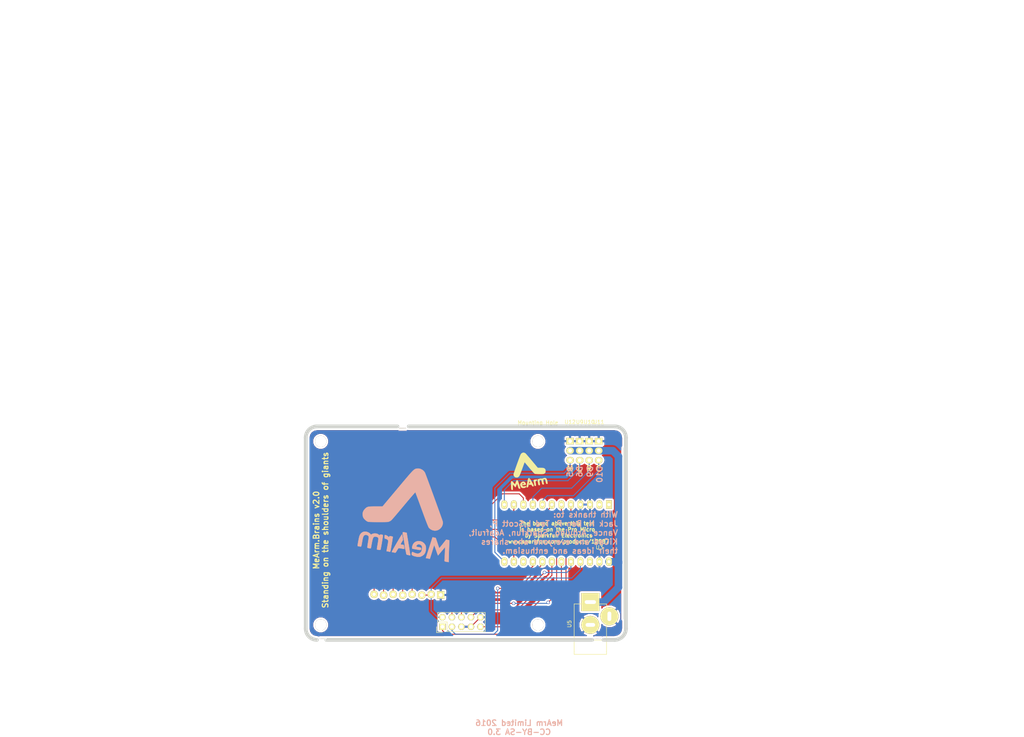
<source format=kicad_pcb>
(kicad_pcb (version 4) (host pcbnew "(2015-01-16 BZR 5376)-product")

  (general
    (links 35)
    (no_connects 0)
    (area 12.573 -41.798043 285.160877 146.404001)
    (thickness 1.6)
    (drawings 43)
    (tracks 122)
    (zones 0)
    (modules 29)
    (nets 23)
  )

  (page A4)
  (layers
    (0 F.Cu signal)
    (1 In1.Cu signal)
    (2 In2.Cu signal)
    (31 B.Cu signal)
    (32 B.Adhes user)
    (33 F.Adhes user)
    (34 B.Paste user)
    (35 F.Paste user)
    (36 B.SilkS user)
    (37 F.SilkS user)
    (38 B.Mask user)
    (39 F.Mask user)
    (40 Dwgs.User user)
    (41 Cmts.User user)
    (42 Eco1.User user)
    (43 Eco2.User user)
    (44 Edge.Cuts user)
    (45 Margin user)
    (46 B.CrtYd user)
    (47 F.CrtYd user)
    (48 B.Fab user)
    (49 F.Fab user)
  )

  (setup
    (last_trace_width 0.254)
    (user_trace_width 0.1524)
    (user_trace_width 1.1)
    (user_trace_width 2)
    (trace_clearance 0.254)
    (zone_clearance 0.508)
    (zone_45_only no)
    (trace_min 0)
    (segment_width 0.2)
    (edge_width 1)
    (via_size 0.889)
    (via_drill 0.635)
    (via_min_size 0.889)
    (via_min_drill 0.508)
    (uvia_size 0.508)
    (uvia_drill 0.127)
    (uvias_allowed no)
    (uvia_min_size 0.508)
    (uvia_min_drill 0.127)
    (pcb_text_width 0.3)
    (pcb_text_size 1.5 1.5)
    (mod_edge_width 0.15)
    (mod_text_size 1 1)
    (mod_text_width 0.15)
    (pad_size 2.75 2.75)
    (pad_drill 2.75)
    (pad_to_mask_clearance 0)
    (aux_axis_origin 0 0)
    (visible_elements 7FFFFF7F)
    (pcbplotparams
      (layerselection 0x010f0_80000001)
      (usegerberextensions true)
      (excludeedgelayer true)
      (linewidth 0.100000)
      (plotframeref false)
      (viasonmask false)
      (mode 1)
      (useauxorigin false)
      (hpglpennumber 1)
      (hpglpenspeed 20)
      (hpglpendiameter 15)
      (hpglpenoverlay 2)
      (psnegative false)
      (psa4output false)
      (plotreference false)
      (plotvalue false)
      (plotinvisibletext false)
      (padsonsilk false)
      (subtractmaskfromsilk true)
      (outputformat 1)
      (mirror false)
      (drillshape 0)
      (scaleselection 1)
      (outputdirectory Gerbers/))
  )

  (net 0 "")
  (net 1 GND)
  (net 2 +6V)
  (net 3 I2C_SDA)
  (net 4 I2C_SCLK)
  (net 5 BT_TX)
  (net 6 BT_RX)
  (net 7 LCD_DC)
  (net 8 RIGHT)
  (net 9 LEFT)
  (net 10 LCD_RST)
  (net 11 LCD_CE)
  (net 12 WAIST)
  (net 13 CLAW)
  (net 14 MOSI_D16)
  (net 15 MISO_D14)
  (net 16 SCLK_D15)
  (net 17 A0)
  (net 18 A1)
  (net 19 A2)
  (net 20 A3)
  (net 21 RST)
  (net 22 5V)

  (net_class Default "This is the default net class."
    (clearance 0.254)
    (trace_width 0.254)
    (via_dia 0.889)
    (via_drill 0.635)
    (uvia_dia 0.508)
    (uvia_drill 0.127)
    (add_net +6V)
    (add_net 5V)
    (add_net A0)
    (add_net A1)
    (add_net A2)
    (add_net A3)
    (add_net BT_RX)
    (add_net BT_TX)
    (add_net CLAW)
    (add_net GND)
    (add_net I2C_SCLK)
    (add_net I2C_SDA)
    (add_net LCD_CE)
    (add_net LCD_DC)
    (add_net LCD_RST)
    (add_net LEFT)
    (add_net MISO_D14)
    (add_net MOSI_D16)
    (add_net RIGHT)
    (add_net RST)
    (add_net SCLK_D15)
    (add_net WAIST)
  )

  (module Brains:Nokia5510LCD (layer F.Cu) (tedit 56FCFCC7) (tstamp 553F5A70)
    (at 120.65 114.3)
    (path /550BFF9E)
    (fp_text reference "" (at 0 -7.62) (layer F.SilkS)
      (effects (font (size 1.5 1.5) (thickness 0.15)))
    )
    (fp_text value "" (at 0 5.08) (layer F.SilkS)
      (effects (font (size 1.5 1.5) (thickness 0.15)))
    )
    (fp_text user "" (at -3.175 12.065) (layer F.SilkS)
      (effects (font (size 1.5 1.5) (thickness 0.15)))
    )
    (pad 1 thru_hole circle (at -8.89 2.54) (size 2 2) (drill 0.9) (layers *.Cu *.Mask F.SilkS)
      (net 10 LCD_RST))
    (pad 2 thru_hole circle (at -6.35 2.75) (size 2 2) (drill 1) (layers *.Cu *.Mask F.SilkS)
      (net 11 LCD_CE))
    (pad 3 thru_hole circle (at -3.81 2.54) (size 2 2) (drill 1) (layers *.Cu *.Mask F.SilkS)
      (net 7 LCD_DC))
    (pad 4 thru_hole circle (at -1.25 2.75) (size 2 2) (drill 1) (layers *.Cu *.Mask F.SilkS)
      (net 14 MOSI_D16))
    (pad 5 thru_hole circle (at 1.27 2.54) (size 2 2) (drill 1) (layers *.Cu *.Mask F.SilkS)
      (net 16 SCLK_D15))
    (pad 6 thru_hole circle (at 3.85 2.75) (size 2 2) (drill 1) (layers *.Cu *.Mask F.SilkS)
      (net 22 5V))
    (pad 7 thru_hole circle (at 6.35 2.54) (size 2 2) (drill 1) (layers *.Cu *.Mask F.SilkS)
      (net 22 5V))
    (pad 8 thru_hole rect (at 8.9 2.7) (size 2 2) (drill 1) (layers *.Cu *.Mask F.SilkS)
      (net 1 GND))
  )

  (module Pin_Headers:Pin_Header_Straight_1x03 (layer F.Cu) (tedit 56FBF827) (tstamp 55115DB5)
    (at 171.735 75.946)
    (descr "Through hole pin header")
    (tags "pin header")
    (path /550C0186)
    (fp_text reference U11 (at 0 -5.1) (layer F.SilkS)
      (effects (font (size 1 1) (thickness 0.15)))
    )
    (fp_text value Servo (at 0 -3.1) (layer F.Fab)
      (effects (font (size 1 1) (thickness 0.15)))
    )
    (fp_line (start -1.75 -1.75) (end -1.75 6.85) (layer F.CrtYd) (width 0.05))
    (fp_line (start 1.75 -1.75) (end 1.75 6.85) (layer F.CrtYd) (width 0.05))
    (fp_line (start -1.75 -1.75) (end 1.75 -1.75) (layer F.CrtYd) (width 0.05))
    (fp_line (start -1.75 6.85) (end 1.75 6.85) (layer F.CrtYd) (width 0.05))
    (pad 1 thru_hole rect (at 0 0) (size 2.032 1.7272) (drill 1.016) (layers *.Cu *.Mask F.SilkS)
      (net 1 GND))
    (pad 2 thru_hole oval (at 0 2.54) (size 2.032 1.7272) (drill 1.016) (layers *.Cu *.Mask F.SilkS)
      (net 2 +6V))
    (pad 3 thru_hole oval (at 0 5.08) (size 2.032 1.7272) (drill 1.016) (layers *.Cu *.Mask F.SilkS)
      (net 8 RIGHT))
    (model Pin_Headers.3dshapes/Pin_Header_Straight_1x03.wrl
      (at (xyz 0 -0.1 0))
      (scale (xyz 1 1 1))
      (rotate (xyz 0 0 90))
    )
  )

  (module Pin_Headers:Pin_Header_Straight_1x03 (layer F.Cu) (tedit 56FBF813) (tstamp 55115DA3)
    (at 169.195 75.946)
    (descr "Through hole pin header")
    (tags "pin header")
    (path /550C01D9)
    (fp_text reference U10 (at 0 -5.1) (layer F.SilkS)
      (effects (font (size 1 1) (thickness 0.15)))
    )
    (fp_text value Servo (at 0 -3.1) (layer F.Fab)
      (effects (font (size 1 1) (thickness 0.15)))
    )
    (fp_line (start -1.75 -1.75) (end -1.75 6.85) (layer F.CrtYd) (width 0.05))
    (fp_line (start 1.75 -1.75) (end 1.75 6.85) (layer F.CrtYd) (width 0.05))
    (fp_line (start -1.75 -1.75) (end 1.75 -1.75) (layer F.CrtYd) (width 0.05))
    (fp_line (start -1.75 6.85) (end 1.75 6.85) (layer F.CrtYd) (width 0.05))
    (pad 1 thru_hole rect (at 0 0) (size 2.032 1.7272) (drill 1.016) (layers *.Cu *.Mask F.SilkS)
      (net 1 GND))
    (pad 2 thru_hole oval (at 0 2.54) (size 2.032 1.7272) (drill 1.016) (layers *.Cu *.Mask F.SilkS)
      (net 2 +6V))
    (pad 3 thru_hole oval (at 0 5.08) (size 2.032 1.7272) (drill 1.016) (layers *.Cu *.Mask F.SilkS)
      (net 9 LEFT))
    (model Pin_Headers.3dshapes/Pin_Header_Straight_1x03.wrl
      (at (xyz 0 -0.1 0))
      (scale (xyz 1 1 1))
      (rotate (xyz 0 0 90))
    )
  )

  (module Pin_Headers:Pin_Header_Straight_1x03 (layer F.Cu) (tedit 56FBF7EF) (tstamp 56EFFC93)
    (at 166.655 75.946)
    (descr "Through hole pin header")
    (tags "pin header")
    (path /550C0236)
    (fp_text reference U9 (at 0 -5.1) (layer F.SilkS)
      (effects (font (size 1 1) (thickness 0.15)))
    )
    (fp_text value Servo (at 0 -3.1) (layer F.Fab)
      (effects (font (size 1 1) (thickness 0.15)))
    )
    (fp_line (start -1.75 -1.75) (end -1.75 6.85) (layer F.CrtYd) (width 0.05))
    (fp_line (start 1.75 -1.75) (end 1.75 6.85) (layer F.CrtYd) (width 0.05))
    (fp_line (start -1.75 -1.75) (end 1.75 -1.75) (layer F.CrtYd) (width 0.05))
    (fp_line (start -1.75 6.85) (end 1.75 6.85) (layer F.CrtYd) (width 0.05))
    (pad 1 thru_hole rect (at 0 0) (size 2.032 1.7272) (drill 1.016) (layers *.Cu *.Mask F.SilkS)
      (net 1 GND))
    (pad 2 thru_hole oval (at 0 2.54) (size 2.032 1.7272) (drill 1.016) (layers *.Cu *.Mask F.SilkS)
      (net 2 +6V))
    (pad 3 thru_hole oval (at 0 5.08) (size 2.032 1.7272) (drill 1.016) (layers *.Cu *.Mask F.SilkS)
      (net 12 WAIST))
    (model Pin_Headers.3dshapes/Pin_Header_Straight_1x03.wrl
      (at (xyz 0 -0.1 0))
      (scale (xyz 1 1 1))
      (rotate (xyz 0 0 90))
    )
  )

  (module Pin_Headers:Pin_Header_Straight_1x03 (layer F.Cu) (tedit 56FBF7CE) (tstamp 553FA077)
    (at 164.095 75.935)
    (descr "Through hole pin header")
    (tags "pin header")
    (path /550C0141)
    (fp_text reference U12 (at 0 -5.1) (layer F.SilkS)
      (effects (font (size 1 1) (thickness 0.15)))
    )
    (fp_text value Servo (at 0 -3.1) (layer F.Fab)
      (effects (font (size 1 1) (thickness 0.15)))
    )
    (fp_line (start -1.75 -1.75) (end -1.75 6.85) (layer F.CrtYd) (width 0.05))
    (fp_line (start 1.75 -1.75) (end 1.75 6.85) (layer F.CrtYd) (width 0.05))
    (fp_line (start -1.75 -1.75) (end 1.75 -1.75) (layer F.CrtYd) (width 0.05))
    (fp_line (start -1.75 6.85) (end 1.75 6.85) (layer F.CrtYd) (width 0.05))
    (pad 1 thru_hole rect (at 0 0) (size 2.032 1.7272) (drill 1.016) (layers *.Cu *.Mask F.SilkS)
      (net 1 GND))
    (pad 2 thru_hole oval (at 0 2.54) (size 2.032 1.7272) (drill 1.016) (layers *.Cu *.Mask F.SilkS)
      (net 2 +6V))
    (pad 3 thru_hole oval (at 0 5.08) (size 2.032 1.7272) (drill 1.016) (layers *.Cu *.Mask F.SilkS)
      (net 13 CLAW))
    (model Pin_Headers.3dshapes/Pin_Header_Straight_1x03.wrl
      (at (xyz 0 -0.1 0))
      (scale (xyz 1 1 1))
      (rotate (xyz 0 0 90))
    )
  )

  (module Sockets_DIP:DIP-24__600_ELL (layer F.Cu) (tedit 5579B4B4) (tstamp 55115D2A)
    (at 160.5 100.5 180)
    (descr "24 pins DIL package, elliptical pads")
    (tags DIL)
    (path /550C12FC)
    (fp_text reference U3 (at -11.43 -3.81 180) (layer F.SilkS)
      (effects (font (size 1 1) (thickness 0.15)))
    )
    (fp_text value promicro (at 0 2.54 180) (layer F.Fab)
      (effects (font (size 1 1) (thickness 0.15)))
    )
    (pad 1 thru_hole rect (at -13.97 7.62 180) (size 1.5748 2.286) (drill 0.8128) (layers *.Cu *.Mask F.SilkS)
      (net 5 BT_TX))
    (pad 2 thru_hole oval (at -11.43 7.62 180) (size 1.5748 2.286) (drill 0.8128) (layers *.Cu *.Mask F.SilkS)
      (net 6 BT_RX))
    (pad 3 thru_hole oval (at -8.89 7.62 180) (size 1.5748 2.286) (drill 0.8128) (layers *.Cu *.Mask F.SilkS)
      (net 1 GND))
    (pad 4 thru_hole oval (at -6.35 7.62 180) (size 1.5748 2.286) (drill 0.8128) (layers *.Cu *.Mask F.SilkS)
      (net 1 GND))
    (pad 5 thru_hole oval (at -3.81 7.62 180) (size 1.5748 2.286) (drill 0.8128) (layers *.Cu *.Mask F.SilkS)
      (net 3 I2C_SDA))
    (pad 6 thru_hole oval (at -1.27 7.62 180) (size 1.5748 2.286) (drill 0.8128) (layers *.Cu *.Mask F.SilkS)
      (net 4 I2C_SCLK))
    (pad 7 thru_hole oval (at 1.27 7.62 180) (size 1.5748 2.286) (drill 0.8128) (layers *.Cu *.Mask F.SilkS)
      (net 7 LCD_DC))
    (pad 8 thru_hole oval (at 3.81 7.62 180) (size 1.5748 2.286) (drill 0.8128) (layers *.Cu *.Mask F.SilkS)
      (net 8 RIGHT))
    (pad 9 thru_hole oval (at 6.35 7.62 180) (size 1.5748 2.286) (drill 0.8128) (layers *.Cu *.Mask F.SilkS)
      (net 9 LEFT))
    (pad 10 thru_hole oval (at 8.89 7.62 180) (size 1.5748 2.286) (drill 0.8128) (layers *.Cu *.Mask F.SilkS)
      (net 10 LCD_RST))
    (pad 11 thru_hole oval (at 11.43 7.62 180) (size 1.5748 2.286) (drill 0.8128) (layers *.Cu *.Mask F.SilkS)
      (net 11 LCD_CE))
    (pad 12 thru_hole oval (at 13.97 7.62 180) (size 1.5748 2.286) (drill 0.8128) (layers *.Cu *.Mask F.SilkS)
      (net 12 WAIST))
    (pad 13 thru_hole oval (at 13.97 -7.62 180) (size 1.5748 2.286) (drill 0.8128) (layers *.Cu *.Mask F.SilkS)
      (net 13 CLAW))
    (pad 14 thru_hole oval (at 11.43 -7.62 180) (size 1.5748 2.286) (drill 0.8128) (layers *.Cu *.Mask F.SilkS)
      (net 14 MOSI_D16))
    (pad 15 thru_hole oval (at 8.89 -7.62 180) (size 1.5748 2.286) (drill 0.8128) (layers *.Cu *.Mask F.SilkS)
      (net 15 MISO_D14))
    (pad 16 thru_hole oval (at 6.35 -7.62 180) (size 1.5748 2.286) (drill 0.8128) (layers *.Cu *.Mask F.SilkS)
      (net 16 SCLK_D15))
    (pad 17 thru_hole oval (at 3.81 -7.62 180) (size 1.5748 2.286) (drill 0.8128) (layers *.Cu *.Mask F.SilkS)
      (net 17 A0))
    (pad 18 thru_hole oval (at 1.27 -7.62 180) (size 1.5748 2.286) (drill 0.8128) (layers *.Cu *.Mask F.SilkS)
      (net 18 A1))
    (pad 19 thru_hole oval (at -1.27 -7.62 180) (size 1.5748 2.286) (drill 0.8128) (layers *.Cu *.Mask F.SilkS)
      (net 19 A2))
    (pad 20 thru_hole oval (at -3.81 -7.62 180) (size 1.5748 2.286) (drill 0.8128) (layers *.Cu *.Mask F.SilkS)
      (net 20 A3))
    (pad 21 thru_hole oval (at -6.35 -7.62 180) (size 1.5748 2.286) (drill 0.8128) (layers *.Cu *.Mask F.SilkS)
      (net 22 5V))
    (pad 22 thru_hole oval (at -8.89 -7.62 180) (size 1.5748 2.286) (drill 0.8128) (layers *.Cu *.Mask F.SilkS)
      (net 21 RST))
    (pad 23 thru_hole oval (at -11.43 -7.62 180) (size 1.5748 2.286) (drill 0.8128) (layers *.Cu *.Mask F.SilkS)
      (net 1 GND))
    (pad 24 thru_hole oval (at -13.97 -7.62 180) (size 1.5748 2.286) (drill 0.8128) (layers *.Cu *.Mask F.SilkS)
      (net 2 +6V))
    (model Sockets_DIP.3dshapes/DIP-24__600_ELL.wrl
      (at (xyz 0 0 0))
      (scale (xyz 1 1 1))
      (rotate (xyz 0 0 0))
    )
  )

  (module Brains:TinyDrillHole (layer F.Cu) (tedit 5579B018) (tstamp 5579B5B3)
    (at 98.933 128.651)
    (fp_text reference "" (at 0 0) (layer F.SilkS)
      (effects (font (size 1 1) (thickness 0.15)))
    )
    (fp_text value "" (at 0 0 90) (layer F.SilkS)
      (effects (font (size 1 1) (thickness 0.15)))
    )
    (pad 2 thru_hole circle (at 0 0) (size 0.3 0.3) (drill 0.3) (layers *.Cu *.Mask F.SilkS))
  )

  (module Brains:TinyDrillHole (layer F.Cu) (tedit 5579B018) (tstamp 5579B5AF)
    (at 98.552 128.651)
    (fp_text reference "" (at 0 0) (layer F.SilkS)
      (effects (font (size 1 1) (thickness 0.15)))
    )
    (fp_text value "" (at 0 0 90) (layer F.SilkS)
      (effects (font (size 1 1) (thickness 0.15)))
    )
    (pad 2 thru_hole circle (at 0 0) (size 0.3 0.3) (drill 0.3) (layers *.Cu *.Mask F.SilkS))
  )

  (module Brains:TinyDrillHole (layer F.Cu) (tedit 5579B018) (tstamp 5579B5AB)
    (at 98.171 128.651)
    (fp_text reference "" (at 0 0) (layer F.SilkS)
      (effects (font (size 1 1) (thickness 0.15)))
    )
    (fp_text value "" (at 0 0 90) (layer F.SilkS)
      (effects (font (size 1 1) (thickness 0.15)))
    )
    (pad 2 thru_hole circle (at 0 0) (size 0.3 0.3) (drill 0.3) (layers *.Cu *.Mask F.SilkS))
  )

  (module Brains:TinyDrillHole (layer F.Cu) (tedit 5579B018) (tstamp 5579B5A7)
    (at 97.79 128.651)
    (fp_text reference "" (at 0 0) (layer F.SilkS)
      (effects (font (size 1 1) (thickness 0.15)))
    )
    (fp_text value "" (at 0 0 90) (layer F.SilkS)
      (effects (font (size 1 1) (thickness 0.15)))
    )
    (pad 2 thru_hole circle (at 0 0) (size 0.3 0.3) (drill 0.3) (layers *.Cu *.Mask F.SilkS))
  )

  (module TinyDrillHole (layer F.Cu) (tedit 5579B018) (tstamp 5579B5A3)
    (at 97.409 128.651)
    (fp_text reference "" (at 0 0) (layer F.SilkS)
      (effects (font (size 1 1) (thickness 0.15)))
    )
    (fp_text value "" (at 0 0 90) (layer F.SilkS)
      (effects (font (size 1 1) (thickness 0.15)))
    )
    (pad 2 thru_hole circle (at 0 0) (size 0.3 0.3) (drill 0.3) (layers *.Cu *.Mask F.SilkS))
  )

  (module Brains:TinyDrillHole (layer F.Cu) (tedit 5579B018) (tstamp 5579B58B)
    (at 172.339 128.651)
    (fp_text reference "" (at 0 0) (layer F.SilkS)
      (effects (font (size 1 1) (thickness 0.15)))
    )
    (fp_text value "" (at 0 0 90) (layer F.SilkS)
      (effects (font (size 1 1) (thickness 0.15)))
    )
    (pad 2 thru_hole circle (at 0 0) (size 0.3 0.3) (drill 0.3) (layers *.Cu *.Mask F.SilkS))
  )

  (module Brains:TinyDrillHole (layer F.Cu) (tedit 5579B018) (tstamp 5579B587)
    (at 171.958 128.651)
    (fp_text reference "" (at 0 0) (layer F.SilkS)
      (effects (font (size 1 1) (thickness 0.15)))
    )
    (fp_text value "" (at 0 0 90) (layer F.SilkS)
      (effects (font (size 1 1) (thickness 0.15)))
    )
    (pad 2 thru_hole circle (at 0 0) (size 0.3 0.3) (drill 0.3) (layers *.Cu *.Mask F.SilkS))
  )

  (module Brains:TinyDrillHole (layer F.Cu) (tedit 5579B018) (tstamp 5579B583)
    (at 171.577 128.651)
    (fp_text reference "" (at 0 0) (layer F.SilkS)
      (effects (font (size 1 1) (thickness 0.15)))
    )
    (fp_text value "" (at 0 0 90) (layer F.SilkS)
      (effects (font (size 1 1) (thickness 0.15)))
    )
    (pad 2 thru_hole circle (at 0 0) (size 0.3 0.3) (drill 0.3) (layers *.Cu *.Mask F.SilkS))
  )

  (module Brains:TinyDrillHole (layer F.Cu) (tedit 5579B018) (tstamp 5579B57F)
    (at 171.196 128.651)
    (fp_text reference "" (at 0 0) (layer F.SilkS)
      (effects (font (size 1 1) (thickness 0.15)))
    )
    (fp_text value "" (at 0 0 90) (layer F.SilkS)
      (effects (font (size 1 1) (thickness 0.15)))
    )
    (pad 2 thru_hole circle (at 0 0) (size 0.3 0.3) (drill 0.3) (layers *.Cu *.Mask F.SilkS))
  )

  (module TinyDrillHole (layer F.Cu) (tedit 5579B018) (tstamp 5579B57B)
    (at 170.815 128.651)
    (fp_text reference "" (at 0 0) (layer F.SilkS)
      (effects (font (size 1 1) (thickness 0.15)))
    )
    (fp_text value "" (at 0 0 90) (layer F.SilkS)
      (effects (font (size 1 1) (thickness 0.15)))
    )
    (pad 2 thru_hole circle (at 0 0) (size 0.3 0.3) (drill 0.3) (layers *.Cu *.Mask F.SilkS))
  )

  (module TinyDrillHole (layer F.Cu) (tedit 5579B018) (tstamp 55798979)
    (at 118.618 72.517)
    (fp_text reference "" (at 0 0) (layer F.SilkS)
      (effects (font (size 1 1) (thickness 0.15)))
    )
    (fp_text value "" (at 0 0 90) (layer F.SilkS)
      (effects (font (size 1 1) (thickness 0.15)))
    )
    (pad 2 thru_hole circle (at 0 0) (size 0.3 0.3) (drill 0.3) (layers *.Cu *.Mask F.SilkS))
  )

  (module Pin_Headers:Pin_Header_Straight_2x05 (layer F.Cu) (tedit 56FCFB8B) (tstamp 55115D44)
    (at 130 125.5 90)
    (descr "Through hole pin header")
    (tags "pin header")
    (path /550C095A)
    (fp_text reference "" (at 0 -5.1 90) (layer F.SilkS)
      (effects (font (size 1 1) (thickness 0.15)))
    )
    (fp_text value JoyConnectISP (at -3.556 5.207 360) (layer F.Fab)
      (effects (font (size 1 1) (thickness 0.15)))
    )
    (fp_line (start -1.75 -1.75) (end -1.75 11.95) (layer F.CrtYd) (width 0.05))
    (fp_line (start 4.3 -1.75) (end 4.3 11.95) (layer F.CrtYd) (width 0.05))
    (fp_line (start -1.75 -1.75) (end 4.3 -1.75) (layer F.CrtYd) (width 0.05))
    (fp_line (start -1.75 11.95) (end 4.3 11.95) (layer F.CrtYd) (width 0.05))
    (fp_line (start 3.81 -1.27) (end 3.81 11.43) (layer F.SilkS) (width 0.15))
    (fp_line (start 3.81 11.43) (end -1.27 11.43) (layer F.SilkS) (width 0.15))
    (fp_line (start -1.27 11.43) (end -1.27 1.27) (layer F.SilkS) (width 0.15))
    (fp_line (start 3.81 -1.27) (end 1.27 -1.27) (layer F.SilkS) (width 0.15))
    (fp_line (start 0 -1.55) (end -1.55 -1.55) (layer F.SilkS) (width 0.15))
    (fp_line (start 1.27 -1.27) (end 1.27 1.27) (layer F.SilkS) (width 0.15))
    (fp_line (start 1.27 1.27) (end -1.27 1.27) (layer F.SilkS) (width 0.15))
    (fp_line (start -1.55 -1.55) (end -1.55 0) (layer F.SilkS) (width 0.15))
    (pad 1 thru_hole rect (at 0 0 90) (size 1.7272 1.7272) (drill 1.016) (layers *.Cu *.Mask F.SilkS)
      (net 3 I2C_SDA))
    (pad 2 thru_hole oval (at 2.54 0 90) (size 1.7272 1.7272) (drill 1.016) (layers *.Cu *.Mask F.SilkS)
      (net 22 5V))
    (pad 3 thru_hole oval (at 0 2.54 90) (size 1.7272 1.7272) (drill 1.016) (layers *.Cu *.Mask F.SilkS)
      (net 17 A0))
    (pad 4 thru_hole oval (at 2.54 2.54 90) (size 1.7272 1.7272) (drill 1.016) (layers *.Cu *.Mask F.SilkS)
      (net 20 A3))
    (pad 5 thru_hole oval (at 0 5.08 90) (size 1.7272 1.7272) (drill 1.016) (layers *.Cu *.Mask F.SilkS)
      (net 1 GND))
    (pad 6 thru_hole oval (at 2.54 5.08 90) (size 1.7272 1.7272) (drill 1.016) (layers *.Cu *.Mask F.SilkS)
      (net 19 A2))
    (pad 7 thru_hole oval (at 0 7.62 90) (size 1.7272 1.7272) (drill 1.016) (layers *.Cu *.Mask F.SilkS)
      (net 1 GND))
    (pad 8 thru_hole oval (at 2.54 7.62 90) (size 1.7272 1.7272) (drill 1.016) (layers *.Cu *.Mask F.SilkS)
      (net 18 A1))
    (pad 9 thru_hole oval (at 0 10.16 90) (size 1.7272 1.7272) (drill 1.016) (layers *.Cu *.Mask F.SilkS)
      (net 4 I2C_SCLK))
    (pad 10 thru_hole oval (at 2.54 10.16 90) (size 1.7272 1.7272) (drill 1.016) (layers *.Cu *.Mask F.SilkS)
      (net 1 GND))
    (model Pin_Headers.3dshapes/Pin_Header_Straight_2x05.wrl
      (at (xyz 0.05 -0.2 0))
      (scale (xyz 1 1 1))
      (rotate (xyz 0 0 90))
    )
  )

  (module Connect:JACK_ALIM (layer F.Cu) (tedit 56FCF18C) (tstamp 55115D4B)
    (at 169.5 125 90)
    (descr "module 1 pin (ou trou mecanique de percage)")
    (tags "CONN JACK")
    (path /550C0A0B)
    (fp_text reference U5 (at 0.254 -5.588 90) (layer F.SilkS)
      (effects (font (size 1 1) (thickness 0.15)))
    )
    (fp_text value JACK_2MM1 (at -5.08 5.588 270) (layer F.Fab)
      (effects (font (size 1 1) (thickness 0.15)))
    )
    (fp_line (start -7.112 -4.318) (end -7.874 -4.318) (layer F.SilkS) (width 0.15))
    (fp_line (start -7.874 -4.318) (end -7.874 4.318) (layer F.SilkS) (width 0.15))
    (fp_line (start -7.874 4.318) (end -7.112 4.318) (layer F.SilkS) (width 0.15))
    (fp_line (start -4.064 -4.318) (end -4.064 4.318) (layer F.SilkS) (width 0.15))
    (fp_line (start 5.588 -4.318) (end 5.588 4.318) (layer F.SilkS) (width 0.15))
    (fp_line (start -7.112 4.318) (end 5.588 4.318) (layer F.SilkS) (width 0.15))
    (fp_line (start -7.112 -4.318) (end 5.588 -4.318) (layer F.SilkS) (width 0.15))
    (pad 2 thru_hole circle (at 0 0 90) (size 4.8006 4.8006) (drill oval 1.016 2.54) (layers *.Cu *.Mask F.SilkS)
      (net 1 GND))
    (pad 1 thru_hole rect (at 6.096 0 90) (size 4.8006 4.8006) (drill oval 1.016 3) (layers *.Cu *.Mask F.SilkS)
      (net 2 +6V))
    (pad 3 thru_hole circle (at 2.286 5.08 90) (size 4.8006 4.8006) (drill oval 2.54 1.016) (layers *.Cu *.Mask F.SilkS)
      (net 1 GND))
    (model Connect.3dshapes/JACK_ALIM.wrl
      (at (xyz 0 0 0))
      (scale (xyz 0.8 0.8 0.8))
      (rotate (xyz 0 0 0))
    )
  )

  (module Brains:Mounting_Hole (layer F.Cu) (tedit 56FCF941) (tstamp 56E7EE9B)
    (at 97.5 76)
    (fp_text reference "" (at 0 -5) (layer F.SilkS)
      (effects (font (size 1 1) (thickness 0.15)))
    )
    (fp_text value "" (at 4.5 0) (layer F.SilkS)
      (effects (font (size 1 1) (thickness 0.15)))
    )
    (pad "" thru_hole circle (at 0 0) (size 3 3) (drill 3) (layers *.Cu *.Mask F.SilkS))
  )

  (module Brains:Mounting_Hole (layer F.Cu) (tedit 56FCF94F) (tstamp 56E7EE95)
    (at 155.5 76)
    (fp_text reference Mounting_Hole (at 0 -5) (layer F.SilkS)
      (effects (font (size 1 1) (thickness 0.15)))
    )
    (fp_text value "" (at 0 5) (layer F.SilkS)
      (effects (font (size 1 1) (thickness 0.15)))
    )
    (pad "" thru_hole circle (at 0 0) (size 3 3) (drill 3) (layers *.Cu *.Mask F.SilkS))
  )

  (module Brains:Mounting_Hole (layer F.Cu) (tedit 56FCF95B) (tstamp 553FB07A)
    (at 97.5 125)
    (fp_text reference "" (at 0 -5) (layer F.SilkS)
      (effects (font (size 1 1) (thickness 0.15)))
    )
    (fp_text value "" (at 0 5) (layer F.SilkS)
      (effects (font (size 1 1) (thickness 0.15)))
    )
    (pad "" thru_hole circle (at 0 0) (size 3 3) (drill 3) (layers *.Cu *.Mask F.SilkS))
  )

  (module Brains:Mounting_Hole (layer F.Cu) (tedit 56FCFB72) (tstamp 553FB083)
    (at 155.5 125)
    (fp_text reference "" (at 0 -5) (layer F.SilkS)
      (effects (font (size 1 1) (thickness 0.15)))
    )
    (fp_text value "" (at 0 5) (layer F.SilkS)
      (effects (font (size 1 1) (thickness 0.15)))
    )
    (pad "" thru_hole circle (at 0 0) (size 3 3) (drill 3) (layers *.Cu *.Mask F.SilkS))
  )

  (module Brains:TinyDrillHole (layer F.Cu) (tedit 5579B018) (tstamp 5579B55B)
    (at 118.999 72.517)
    (fp_text reference "" (at 0 0) (layer F.SilkS)
      (effects (font (size 1 1) (thickness 0.15)))
    )
    (fp_text value "" (at 0 0 90) (layer F.SilkS)
      (effects (font (size 1 1) (thickness 0.15)))
    )
    (pad 2 thru_hole circle (at 0 0) (size 0.3 0.3) (drill 0.3) (layers *.Cu *.Mask F.SilkS))
  )

  (module Brains:TinyDrillHole (layer F.Cu) (tedit 5579B018) (tstamp 5579B564)
    (at 119.38 72.517)
    (fp_text reference "" (at 0 0) (layer F.SilkS)
      (effects (font (size 1 1) (thickness 0.15)))
    )
    (fp_text value "" (at 0 0 90) (layer F.SilkS)
      (effects (font (size 1 1) (thickness 0.15)))
    )
    (pad 2 thru_hole circle (at 0 0) (size 0.3 0.3) (drill 0.3) (layers *.Cu *.Mask F.SilkS))
  )

  (module Brains:TinyDrillHole (layer F.Cu) (tedit 5579B018) (tstamp 5579B56D)
    (at 119.761 72.517)
    (fp_text reference "" (at 0 0) (layer F.SilkS)
      (effects (font (size 1 1) (thickness 0.15)))
    )
    (fp_text value "" (at 0 0 90) (layer F.SilkS)
      (effects (font (size 1 1) (thickness 0.15)))
    )
    (pad 2 thru_hole circle (at 0 0) (size 0.3 0.3) (drill 0.3) (layers *.Cu *.Mask F.SilkS))
  )

  (module Brains:TinyDrillHole (layer F.Cu) (tedit 5579B018) (tstamp 5579B576)
    (at 120.142 72.517)
    (fp_text reference "" (at 0 0) (layer F.SilkS)
      (effects (font (size 1 1) (thickness 0.15)))
    )
    (fp_text value "" (at 0 0 90) (layer F.SilkS)
      (effects (font (size 1 1) (thickness 0.15)))
    )
    (pad 2 thru_hole circle (at 0 0) (size 0.3 0.3) (drill 0.3) (layers *.Cu *.Mask F.SilkS))
  )

  (module brains:MeArmLogo25mm (layer B.Cu) (tedit 55796BDC) (tstamp 56FC0ACE)
    (at 119.634 95.758 180)
    (fp_text reference G*** (at 0 0 180) (layer B.SilkS) hide
      (effects (font (thickness 0.3)) (justify mirror))
    )
    (fp_text value LOGO (at 0.75 0 180) (layer B.SilkS) hide
      (effects (font (thickness 0.3)) (justify mirror))
    )
    (fp_poly (pts (xy -5.957532 -11.387667) (xy -6.471266 -11.485801) (xy -6.741349 -11.535023) (xy -6.932376 -11.56534)
      (xy -6.99835 -11.570468) (xy -7.026289 -11.489431) (xy -7.097235 -11.269743) (xy -7.203881 -10.934439)
      (xy -7.338917 -10.506554) (xy -7.495034 -10.00912) (xy -7.58023 -9.736667) (xy -7.744714 -9.211848)
      (xy -7.892397 -8.744121) (xy -8.015856 -8.356709) (xy -8.107669 -8.072836) (xy -8.160412 -7.915725)
      (xy -8.169845 -7.891925) (xy -8.202954 -7.959552) (xy -8.281817 -8.162284) (xy -8.397176 -8.475076)
      (xy -8.539772 -8.872885) (xy -8.678473 -9.267758) (xy -8.83781 -9.721181) (xy -8.978428 -10.113388)
      (xy -9.090907 -10.418747) (xy -9.165828 -10.611628) (xy -9.19303 -10.668) (xy -9.252897 -10.605972)
      (xy -9.401676 -10.434184) (xy -9.62123 -10.174076) (xy -9.893419 -9.847091) (xy -10.124092 -9.567334)
      (xy -10.425219 -9.203631) (xy -10.688946 -8.89062) (xy -10.896794 -8.649791) (xy -11.030282 -8.502635)
      (xy -11.070567 -8.466667) (xy -11.081251 -8.54617) (xy -11.083699 -8.76454) (xy -11.078996 -9.091565)
      (xy -11.068228 -9.497036) (xy -11.052479 -9.950743) (xy -11.032835 -10.422474) (xy -11.010382 -10.882021)
      (xy -10.986204 -11.299172) (xy -10.961388 -11.643717) (xy -10.953011 -11.738811) (xy -10.928408 -11.984969)
      (xy -10.929682 -12.144067) (xy -10.98545 -12.241649) (xy -11.124328 -12.303258) (xy -11.374932 -12.354437)
      (xy -11.705166 -12.410194) (xy -12.022666 -12.464845) (xy -12.022216 -11.926256) (xy -12.025519 -11.697605)
      (xy -12.035059 -11.328299) (xy -12.049908 -10.846864) (xy -12.069139 -10.281826) (xy -12.091823 -9.661712)
      (xy -12.116293 -9.033465) (xy -12.139814 -8.420461) (xy -12.159034 -7.865011) (xy -12.173368 -7.388908)
      (xy -12.182229 -7.013944) (xy -12.185033 -6.761914) (xy -12.181193 -6.65461) (xy -12.180243 -6.652481)
      (xy -12.085651 -6.625564) (xy -11.880561 -6.587795) (xy -11.755701 -6.568557) (xy -11.361736 -6.511418)
      (xy -10.454609 -7.662561) (xy -10.15766 -8.035059) (xy -9.897436 -8.353273) (xy -9.691425 -8.596484)
      (xy -9.557116 -8.743969) (xy -9.512544 -8.778766) (xy -9.475451 -8.690733) (xy -9.394871 -8.469125)
      (xy -9.280352 -8.141182) (xy -9.141443 -7.734142) (xy -9.028801 -7.398747) (xy -8.579998 -6.053667)
      (xy -8.168064 -5.950324) (xy -7.929974 -5.894662) (xy -7.773733 -5.865865) (xy -7.740681 -5.865657)
      (xy -7.712094 -5.947721) (xy -7.637887 -6.172396) (xy -7.524112 -6.521037) (xy -7.376822 -6.974998)
      (xy -7.20207 -7.515634) (xy -7.005907 -8.124299) (xy -6.841381 -8.636) (xy -5.957532 -11.387667)
      (xy -5.957532 -11.387667)) (layer B.SilkS) (width 0.1))
    (fp_poly (pts (xy -2.16521 -10.367798) (xy -2.186054 -10.516404) (xy -2.198995 -10.538183) (xy -2.412445 -10.697785)
      (xy -2.748012 -10.840589) (xy -3.158619 -10.956735) (xy -3.597193 -11.036362) (xy -4.016658 -11.06961)
      (xy -4.369939 -11.046619) (xy -4.487881 -11.017615) (xy -5.043849 -10.761964) (xy -5.466563 -10.403848)
      (xy -5.758111 -9.940247) (xy -5.92058 -9.368142) (xy -5.958774 -8.89) (xy -5.949827 -8.499578)
      (xy -5.904503 -8.212719) (xy -5.811182 -7.965473) (xy -5.779522 -7.903356) (xy -5.447418 -7.447706)
      (xy -5.012262 -7.116318) (xy -4.497928 -6.921372) (xy -3.928292 -6.875045) (xy -3.787395 -6.887228)
      (xy -3.278882 -7.025646) (xy -2.859343 -7.299738) (xy -2.544848 -7.692342) (xy -2.351463 -8.186298)
      (xy -2.304748 -8.470675) (xy -2.286598 -8.715833) (xy -2.311672 -8.842192) (xy -2.406682 -8.89948)
      (xy -2.550947 -8.928987) (xy -2.756467 -8.965553) (xy -3.076944 -9.022802) (xy -3.460671 -9.091491)
      (xy -3.699736 -9.134347) (xy -4.110051 -9.204807) (xy -4.382297 -9.235089) (xy -4.544777 -9.216557)
      (xy -4.625791 -9.140574) (xy -4.653642 -8.998505) (xy -4.656666 -8.842355) (xy -4.653608 -8.747539)
      (xy -4.624618 -8.681027) (xy -4.539978 -8.629828) (xy -4.36997 -8.580947) (xy -4.084873 -8.521392)
      (xy -3.793428 -8.464951) (xy -3.499904 -8.391064) (xy -3.36598 -8.297311) (xy -3.382037 -8.157601)
      (xy -3.538456 -7.94584) (xy -3.583375 -7.895167) (xy -3.822792 -7.741394) (xy -4.114986 -7.709578)
      (xy -4.416289 -7.78249) (xy -4.683037 -7.9429) (xy -4.871562 -8.173578) (xy -4.938327 -8.42979)
      (xy -4.918771 -8.906242) (xy -4.846929 -9.329769) (xy -4.73222 -9.657501) (xy -4.636958 -9.801202)
      (xy -4.331468 -10.060481) (xy -3.997672 -10.199744) (xy -3.615445 -10.218599) (xy -3.164658 -10.116652)
      (xy -2.625184 -9.893511) (xy -2.354238 -9.756679) (xy -2.288749 -9.79805) (xy -2.227873 -9.951665)
      (xy -2.182922 -10.160566) (xy -2.16521 -10.367798) (xy -2.16521 -10.367798)) (layer B.SilkS) (width 0.1))
    (fp_poly (pts (xy 0.218379 -4.667589) (xy 0.210183 -4.83054) (xy 0.176421 -5.08361) (xy 0.114536 -5.447557)
      (xy 0.021972 -5.943133) (xy -0.05476 -6.340048) (xy -0.140286 -6.811495) (xy -0.216292 -7.289655)
      (xy -0.273773 -7.714297) (xy -0.301547 -7.991048) (xy -0.341218 -8.362831) (xy -0.401989 -8.728387)
      (xy -0.461332 -8.974667) (xy -0.548316 -9.296453) (xy -0.61863 -9.622183) (xy -0.630855 -9.694334)
      (xy -0.689528 -10.059929) (xy -0.740797 -10.292162) (xy -0.802942 -10.425047) (xy -0.894238 -10.492596)
      (xy -1.032964 -10.528824) (xy -1.084358 -10.538269) (xy -1.349139 -10.589263) (xy -1.573107 -10.637218)
      (xy -1.5875 -10.640626) (xy -1.734848 -10.649454) (xy -1.780488 -10.613679) (xy -1.767643 -10.515975)
      (xy -1.730007 -10.270724) (xy -1.67072 -9.897392) (xy -1.592922 -9.415447) (xy -1.499752 -8.844355)
      (xy -1.394352 -8.203582) (xy -1.294489 -7.600615) (xy -0.806003 -4.66023) (xy -0.361886 -4.568032)
      (xy -0.096963 -4.525435) (xy 0.102653 -4.5158) (xy 0.168299 -4.529027) (xy 0.203566 -4.574003)
      (xy 0.218379 -4.667589) (xy 0.218379 -4.667589)) (layer B.SilkS) (width 0.1))
    (fp_poly (pts (xy 3.132667 -9.754981) (xy 3.057701 -9.797992) (xy 2.869045 -9.845567) (xy 2.772834 -9.86241)
      (xy 2.513734 -9.906678) (xy 2.310046 -9.948258) (xy 2.27256 -9.957772) (xy 2.174195 -9.933599)
      (xy 2.048083 -9.798591) (xy 1.879101 -9.534368) (xy 1.779796 -9.35892) (xy 1.573115 -9.015225)
      (xy 1.404263 -8.797229) (xy 1.28551 -8.720767) (xy 1.285236 -8.720767) (xy 1.1361 -8.736096)
      (xy 0.874106 -8.776455) (xy 0.55242 -8.833555) (xy 0.509052 -8.841763) (xy 0.20248 -8.895014)
      (xy -0.033049 -8.926131) (xy -0.154285 -8.929634) (xy -0.160872 -8.926684) (xy -0.168009 -8.830478)
      (xy -0.149431 -8.618467) (xy -0.11959 -8.40489) (xy -0.042333 -7.919072) (xy 0.379144 -7.849003)
      (xy 0.626166 -7.803306) (xy 0.792845 -7.763768) (xy 0.831204 -7.748351) (xy 0.805853 -7.666608)
      (xy 0.711516 -7.476132) (xy 0.566584 -7.213237) (xy 0.515213 -7.124349) (xy 0.168637 -6.530931)
      (xy 0.264553 -5.868965) (xy 0.316844 -5.541773) (xy 0.368493 -5.27454) (xy 0.409826 -5.116231)
      (xy 0.416132 -5.101705) (xy 0.465727 -5.152918) (xy 0.586209 -5.330843) (xy 0.765406 -5.614629)
      (xy 0.991145 -5.983423) (xy 1.251253 -6.416376) (xy 1.533558 -6.892636) (xy 1.825887 -7.391352)
      (xy 2.116068 -7.891672) (xy 2.391926 -8.372746) (xy 2.641291 -8.813722) (xy 2.851989 -9.193749)
      (xy 3.011848 -9.491976) (xy 3.108694 -9.687553) (xy 3.132667 -9.754981) (xy 3.132667 -9.754981)) (layer B.SilkS) (width 0.1))
    (fp_poly (pts (xy 5.08 -5.711164) (xy 5.075341 -5.976896) (xy 5.04361 -6.12018) (xy 4.95818 -6.187901)
      (xy 4.792421 -6.226944) (xy 4.78642 -6.22807) (xy 4.51371 -6.326739) (xy 4.272119 -6.493717)
      (xy 4.109492 -6.688719) (xy 4.068189 -6.832791) (xy 4.084299 -6.966251) (xy 4.125919 -7.233193)
      (xy 4.187588 -7.600623) (xy 4.263844 -8.035547) (xy 4.306351 -8.271401) (xy 4.540325 -9.557801)
      (xy 4.196329 -9.611086) (xy 3.941972 -9.654581) (xy 3.743869 -9.695418) (xy 3.713995 -9.703105)
      (xy 3.584542 -9.669292) (xy 3.530436 -9.548753) (xy 3.483856 -9.326503) (xy 3.420988 -8.993577)
      (xy 3.346543 -8.578451) (xy 3.265229 -8.109597) (xy 3.181756 -7.615492) (xy 3.100832 -7.124608)
      (xy 3.027167 -6.66542) (xy 2.96547 -6.266403) (xy 2.92045 -5.956031) (xy 2.896816 -5.762777)
      (xy 2.895886 -5.711893) (xy 3.004511 -5.667981) (xy 3.209478 -5.621389) (xy 3.446776 -5.582478)
      (xy 3.652394 -5.561611) (xy 3.762321 -5.569147) (xy 3.764987 -5.571209) (xy 3.802766 -5.684093)
      (xy 3.81 -5.780215) (xy 3.825501 -5.864715) (xy 3.892007 -5.855355) (xy 4.039522 -5.741883)
      (xy 4.115739 -5.675766) (xy 4.478666 -5.409958) (xy 4.811227 -5.268366) (xy 4.958512 -5.249334)
      (xy 5.033049 -5.297236) (xy 5.070959 -5.459992) (xy 5.08 -5.711164) (xy 5.08 -5.711164)) (layer B.SilkS) (width 0.1))
    (fp_poly (pts (xy 12.26992 -8.148294) (xy 12.266091 -8.166385) (xy 12.171735 -8.19783) (xy 11.963698 -8.244827)
      (xy 11.791759 -8.277957) (xy 11.614431 -8.31306) (xy 11.486092 -8.328833) (xy 11.394179 -8.303003)
      (xy 11.326127 -8.213297) (xy 11.269372 -8.037442) (xy 11.211349 -7.753167) (xy 11.139495 -7.338198)
      (xy 11.086268 -7.027334) (xy 10.982553 -6.462551) (xy 10.888361 -6.040352) (xy 10.794485 -5.735028)
      (xy 10.691719 -5.520869) (xy 10.57086 -5.372163) (xy 10.463779 -5.28876) (xy 10.186568 -5.192261)
      (xy 9.878792 -5.211182) (xy 9.591827 -5.326941) (xy 9.377048 -5.52096) (xy 9.293165 -5.712101)
      (xy 9.293427 -5.866771) (xy 9.320874 -6.153756) (xy 9.371255 -6.538984) (xy 9.440315 -6.988381)
      (xy 9.486324 -7.259707) (xy 9.581251 -7.835372) (xy 9.638103 -8.261679) (xy 9.656343 -8.533595)
      (xy 9.635435 -8.64609) (xy 9.634136 -8.646987) (xy 9.515523 -8.685337) (xy 9.307131 -8.72824)
      (xy 9.070962 -8.765944) (xy 8.869013 -8.788701) (xy 8.763287 -8.78676) (xy 8.760042 -8.784443)
      (xy 8.740083 -8.698061) (xy 8.696766 -8.474229) (xy 8.635563 -8.14236) (xy 8.561946 -7.731865)
      (xy 8.521809 -7.504131) (xy 8.404204 -6.88538) (xy 8.291672 -6.416532) (xy 8.176612 -6.078629)
      (xy 8.051423 -5.852716) (xy 7.908503 -5.719836) (xy 7.786415 -5.670144) (xy 7.46254 -5.656254)
      (xy 7.118477 -5.739) (xy 6.844444 -5.896606) (xy 6.84306 -5.897854) (xy 6.774102 -5.971906)
      (xy 6.728376 -6.064071) (xy 6.707074 -6.19704) (xy 6.711383 -6.393504) (xy 6.742496 -6.676157)
      (xy 6.8016 -7.06769) (xy 6.889887 -7.590794) (xy 6.949863 -7.934527) (xy 7.019322 -8.348273)
      (xy 7.072167 -8.698387) (xy 7.104055 -8.953151) (xy 7.110644 -9.080847) (xy 7.107918 -9.08912)
      (xy 7.00906 -9.119672) (xy 6.797043 -9.159306) (xy 6.628654 -9.184226) (xy 6.370268 -9.213199)
      (xy 6.232575 -9.201312) (xy 6.169201 -9.135322) (xy 6.143278 -9.045632) (xy 6.085395 -8.765077)
      (xy 6.014179 -8.385854) (xy 5.934364 -7.937102) (xy 5.850686 -7.447957) (xy 5.76788 -6.947557)
      (xy 5.690678 -6.465039) (xy 5.623817 -6.02954) (xy 5.572031 -5.670197) (xy 5.540055 -5.416147)
      (xy 5.532622 -5.296527) (xy 5.53348 -5.292895) (xy 5.635725 -5.21354) (xy 5.839288 -5.146874)
      (xy 5.898133 -5.135589) (xy 6.142302 -5.118285) (xy 6.286847 -5.177406) (xy 6.328216 -5.22332)
      (xy 6.4139 -5.31053) (xy 6.504768 -5.288765) (xy 6.62455 -5.185645) (xy 6.984518 -4.956027)
      (xy 7.42384 -4.8381) (xy 7.889975 -4.837359) (xy 8.330383 -4.959299) (xy 8.410648 -4.998835)
      (xy 8.733121 -5.171671) (xy 8.90423 -4.95414) (xy 9.177115 -4.709137) (xy 9.554537 -4.502788)
      (xy 9.971768 -4.368964) (xy 10.049954 -4.354571) (xy 10.534145 -4.35649) (xy 10.976843 -4.51092)
      (xy 11.35604 -4.802164) (xy 11.649729 -5.214525) (xy 11.804026 -5.605666) (xy 11.865396 -5.85116)
      (xy 11.93837 -6.186585) (xy 12.016697 -6.57731) (xy 12.094128 -6.988701) (xy 12.164416 -7.386127)
      (xy 12.221309 -7.734956) (xy 12.258561 -8.000556) (xy 12.26992 -8.148294) (xy 12.26992 -8.148294)) (layer B.SilkS) (width 0.1))
    (fp_poly (pts (xy 10.927479 0.209205) (xy 10.828708 -0.381) (xy 10.682731 -0.686019) (xy 10.427042 -1.014065)
      (xy 10.107106 -1.320385) (xy 9.768386 -1.560227) (xy 9.515177 -1.673944) (xy 9.319827 -1.709307)
      (xy 8.991751 -1.736951) (xy 8.522845 -1.757171) (xy 7.905007 -1.770261) (xy 7.130132 -1.776517)
      (xy 6.678844 -1.777173) (xy 5.963636 -1.776564) (xy 5.396487 -1.774281) (xy 4.956124 -1.768847)
      (xy 4.621271 -1.758783) (xy 4.370656 -1.742612) (xy 4.183003 -1.718856) (xy 4.037039 -1.686037)
      (xy 3.911491 -1.642677) (xy 3.785083 -1.587299) (xy 3.756845 -1.574194) (xy 3.665467 -1.531463)
      (xy 3.581037 -1.488015) (xy 3.495274 -1.43462) (xy 3.399898 -1.362046) (xy 3.28663 -1.261062)
      (xy 3.14719 -1.122437) (xy 2.973298 -0.936941) (xy 2.756675 -0.695342) (xy 2.489041 -0.38841)
      (xy 2.162116 -0.006914) (xy 1.767621 0.458378) (xy 1.297275 1.016696) (xy 0.742799 1.677272)
      (xy 0.095914 2.449336) (xy -0.635 3.322221) (xy -1.141025 3.92384) (xy -1.614372 4.481383)
      (xy -2.043967 4.982186) (xy -2.418737 5.413581) (xy -2.727609 5.762903) (xy -2.959509 6.017486)
      (xy -3.103365 6.164664) (xy -3.147756 6.196437) (xy -3.186475 6.108311) (xy -3.277539 5.875273)
      (xy -3.415629 5.511628) (xy -3.595428 5.031676) (xy -3.811619 4.449722) (xy -4.058885 3.780068)
      (xy -4.331909 3.037017) (xy -4.625373 2.23487) (xy -4.869062 1.566333) (xy -5.290027 0.415587)
      (xy -5.657748 -0.576795) (xy -5.973045 -1.412918) (xy -6.236739 -2.094888) (xy -6.449653 -2.624811)
      (xy -6.612607 -3.004793) (xy -6.726422 -3.236938) (xy -6.768082 -3.302) (xy -7.14385 -3.651777)
      (xy -7.619361 -3.909226) (xy -8.138259 -4.047647) (xy -8.376486 -4.064) (xy -8.79373 -4.026259)
      (xy -9.18437 -3.895681) (xy -9.318736 -3.831167) (xy -9.771812 -3.517968) (xy -10.125606 -3.104931)
      (xy -10.363032 -2.625699) (xy -10.467009 -2.113914) (xy -10.430002 -1.642733) (xy -10.387331 -1.503193)
      (xy -10.291525 -1.219871) (xy -10.148072 -0.807846) (xy -9.962461 -0.282199) (xy -9.740179 0.34199)
      (xy -9.486715 1.049642) (xy -9.207556 1.825677) (xy -8.908191 2.655015) (xy -8.594109 3.522577)
      (xy -8.270796 4.413281) (xy -7.943741 5.312049) (xy -7.618433 6.2038) (xy -7.300359 7.073456)
      (xy -6.995007 7.905935) (xy -6.707866 8.686157) (xy -6.444424 9.399045) (xy -6.210168 10.029516)
      (xy -6.010587 10.562492) (xy -5.851169 10.982892) (xy -5.737402 11.275637) (xy -5.674774 11.425647)
      (xy -5.671624 11.432043) (xy -5.379993 11.832567) (xy -4.973412 12.159311) (xy -4.496615 12.389289)
      (xy -3.994338 12.499517) (xy -3.61638 12.488014) (xy -3.459451 12.462583) (xy -3.316971 12.43341)
      (xy -3.180472 12.391856) (xy -3.041487 12.329283) (xy -2.891551 12.237051) (xy -2.722195 12.106522)
      (xy -2.524954 11.929057) (xy -2.29136 11.696018) (xy -2.012948 11.398766) (xy -1.681249 11.028662)
      (xy -1.287798 10.577068) (xy -0.824128 10.035345) (xy -0.281772 9.394853) (xy 0.347737 8.646955)
      (xy 1.072866 7.783012) (xy 1.535019 7.23199) (xy 5.612284 2.370667) (xy 7.389486 2.370666)
      (xy 8.077728 2.367937) (xy 8.62152 2.356104) (xy 9.045709 2.329706) (xy 9.375138 2.283278)
      (xy 9.634653 2.211356) (xy 9.849099 2.108478) (xy 10.043321 1.969179) (xy 10.242163 1.787996)
      (xy 10.300563 1.730494) (xy 10.669816 1.266525) (xy 10.877843 0.763209) (xy 10.927479 0.209205)
      (xy 10.927479 0.209205)) (layer B.SilkS) (width 0.1))
  )

  (module brains:MeArmLogo10mm (layer F.Cu) (tedit 55796C0A) (tstamp 56FD0207)
    (at 153.162 83.947)
    (fp_text reference G*** (at 0 0) (layer F.SilkS) hide
      (effects (font (thickness 0.3)))
    )
    (fp_text value LOGO (at 0.75 0) (layer F.SilkS) hide
      (effects (font (thickness 0.3)))
    )
    (fp_poly (pts (xy -2.40565 4.5085) (xy -2.408977 4.620311) (xy -2.539553 4.656127) (xy -2.573042 4.656667)
      (xy -2.687407 4.640694) (xy -2.772455 4.57016) (xy -2.849994 4.41114) (xy -2.941832 4.129711)
      (xy -2.967643 4.042833) (xy -3.063413 3.737471) (xy -3.149872 3.496137) (xy -3.210274 3.365038)
      (xy -3.215899 3.357896) (xy -3.275343 3.391073) (xy -3.359838 3.550167) (xy -3.430077 3.738896)
      (xy -3.520568 3.998891) (xy -3.598418 4.190305) (xy -3.633877 4.254236) (xy -3.709289 4.225198)
      (xy -3.85156 4.087973) (xy -4.025636 3.877654) (xy -4.20497 3.648128) (xy -4.309107 3.540421)
      (xy -4.36204 3.539109) (xy -4.387761 3.62877) (xy -4.38995 3.643463) (xy -4.400579 3.833606)
      (xy -4.39897 4.12584) (xy -4.387182 4.422212) (xy -4.373778 4.725713) (xy -4.383138 4.897555)
      (xy -4.424913 4.974905) (xy -4.508754 4.994928) (xy -4.536004 4.995333) (xy -4.638503 4.975761)
      (xy -4.702103 4.891684) (xy -4.744027 4.705059) (xy -4.771605 4.474913) (xy -4.800323 4.105683)
      (xy -4.820035 3.671573) (xy -4.826 3.331913) (xy -4.821577 3.010457) (xy -4.802161 2.82306)
      (xy -4.758537 2.734549) (xy -4.681485 2.709746) (xy -4.662852 2.709333) (xy -4.518033 2.776386)
      (xy -4.321566 2.956577) (xy -4.176019 3.12906) (xy -3.998896 3.348433) (xy -3.860024 3.501665)
      (xy -3.795736 3.552393) (xy -3.742923 3.480332) (xy -3.658092 3.287657) (xy -3.559288 3.015521)
      (xy -3.556 3.005667) (xy -3.439603 2.693574) (xy -3.338857 2.519926) (xy -3.236538 2.457052)
      (xy -3.213434 2.455333) (xy -3.160438 2.463208) (xy -3.110172 2.499134) (xy -3.055376 2.581562)
      (xy -2.98879 2.728943) (xy -2.903157 2.959729) (xy -2.791215 3.29237) (xy -2.645706 3.745319)
      (xy -2.459371 4.337026) (xy -2.40565 4.5085) (xy -2.40565 4.5085)) (layer F.SilkS) (width 0.1))
    (fp_poly (pts (xy -0.846666 4.126018) (xy -0.922216 4.283175) (xy -1.116315 4.402902) (xy -1.380139 4.473454)
      (xy -1.664862 4.483085) (xy -1.921661 4.420051) (xy -1.968502 4.395884) (xy -2.138434 4.227675)
      (xy -2.285077 3.97145) (xy -2.365722 3.70741) (xy -2.370666 3.640667) (xy -2.297538 3.316307)
      (xy -2.104705 3.054207) (xy -1.831995 2.883394) (xy -1.519237 2.832894) (xy -1.320713 2.875481)
      (xy -1.162343 2.98962) (xy -1.013847 3.178001) (xy -0.910538 3.382408) (xy -0.887731 3.544627)
      (xy -0.89854 3.571436) (xy -1.013374 3.632758) (xy -1.229193 3.67761) (xy -1.477946 3.69953)
      (xy -1.691579 3.692058) (xy -1.795891 3.656642) (xy -1.806667 3.579686) (xy -1.662991 3.51044)
      (xy -1.599026 3.492525) (xy -1.38606 3.408108) (xy -1.340533 3.306561) (xy -1.461107 3.184458)
      (xy -1.475128 3.175433) (xy -1.650744 3.136593) (xy -1.797322 3.225576) (xy -1.898231 3.401325)
      (xy -1.936838 3.622787) (xy -1.896511 3.848905) (xy -1.806838 3.994245) (xy -1.589279 4.11467)
      (xy -1.285056 4.115337) (xy -0.994833 4.02551) (xy -0.876731 4.011944) (xy -0.846666 4.126018)
      (xy -0.846666 4.126018)) (layer F.SilkS) (width 0.1))
    (fp_poly (pts (xy 0.07766 2.087345) (xy 0.049987 2.38402) (xy -0.018249 2.817652) (xy -0.128263 3.398792)
      (xy -0.203397 3.767667) (xy -0.273041 4.056952) (xy -0.344622 4.217664) (xy -0.440304 4.289353)
      (xy -0.504063 4.304166) (xy -0.644367 4.301152) (xy -0.66627 4.201239) (xy -0.652903 4.134832)
      (xy -0.621155 3.97214) (xy -0.571401 3.685834) (xy -0.511074 3.319712) (xy -0.461269 3.005667)
      (xy -0.374125 2.51866) (xy -0.28439 2.181222) (xy -0.183848 1.973679) (xy -0.064281 1.87636)
      (xy 0.016182 1.862667) (xy 0.065986 1.917078) (xy 0.07766 2.087345) (xy 0.07766 2.087345)) (layer F.SilkS) (width 0.1))
    (fp_poly (pts (xy 1.17687 3.919016) (xy 1.159684 3.996977) (xy 1.000308 4.056111) (xy 0.867149 3.986107)
      (xy 0.739506 3.800291) (xy 0.619529 3.626003) (xy 0.487526 3.570984) (xy 0.295006 3.592996)
      (xy 0.098447 3.618882) (xy 0.016649 3.577106) (xy 0.000012 3.440739) (xy 0 3.432836)
      (xy 0.038193 3.264939) (xy 0.169334 3.217333) (xy 0.297547 3.204409) (xy 0.327084 3.139053)
      (xy 0.264 2.981395) (xy 0.218713 2.892293) (xy 0.139023 2.557866) (xy 0.158035 2.370506)
      (xy 0.21731 2.080683) (xy 0.739173 3.006615) (xy 0.972791 3.435222) (xy 1.116989 3.73535)
      (xy 1.17687 3.919016) (xy 1.17687 3.919016)) (layer F.SilkS) (width 0.1))
    (fp_poly (pts (xy 2.032 2.370667) (xy 1.999051 2.508286) (xy 1.953381 2.54) (xy 1.834184 2.593864)
      (xy 1.753842 2.66092) (xy 1.691804 2.754206) (xy 1.674287 2.894653) (xy 1.700094 3.127232)
      (xy 1.73605 3.330629) (xy 1.788424 3.624374) (xy 1.802538 3.791769) (xy 1.772581 3.872656)
      (xy 1.692746 3.90688) (xy 1.650789 3.915429) (xy 1.55998 3.9208) (xy 1.494514 3.875644)
      (xy 1.440982 3.749964) (xy 1.385975 3.513763) (xy 1.324961 3.186542) (xy 1.260142 2.773393)
      (xy 1.245683 2.502774) (xy 1.286747 2.354023) (xy 1.388494 2.306479) (xy 1.538042 2.33371)
      (xy 1.685675 2.328314) (xy 1.733538 2.289444) (xy 1.856976 2.202957) (xy 1.981996 2.243011)
      (xy 2.032 2.370667) (xy 2.032 2.370667)) (layer F.SilkS) (width 0.1))
    (fp_poly (pts (xy 4.8959 3.200412) (xy 4.886124 3.332976) (xy 4.82717 3.381111) (xy 4.754984 3.386667)
      (xy 4.644967 3.366027) (xy 4.568634 3.28173) (xy 4.509939 3.100207) (xy 4.452837 2.787889)
      (xy 4.445062 2.738309) (xy 4.383822 2.476614) (xy 4.30023 2.267654) (xy 4.278819 2.233659)
      (xy 4.175792 2.134427) (xy 4.044897 2.141673) (xy 3.935918 2.186421) (xy 3.831618 2.239342)
      (xy 3.76735 2.30498) (xy 3.741118 2.414482) (xy 3.75093 2.598996) (xy 3.794792 2.889669)
      (xy 3.865396 3.288136) (xy 3.88831 3.47709) (xy 3.844645 3.546401) (xy 3.71699 3.542136)
      (xy 3.584893 3.492889) (xy 3.505743 3.362577) (xy 3.454506 3.132667) (xy 3.373152 2.718319)
      (xy 3.284326 2.455316) (xy 3.173982 2.325799) (xy 3.028075 2.311906) (xy 2.862192 2.379484)
      (xy 2.772924 2.45444) (xy 2.729049 2.579237) (xy 2.730047 2.783803) (xy 2.775398 3.098072)
      (xy 2.843586 3.450167) (xy 2.869027 3.637591) (xy 2.820271 3.712497) (xy 2.691216 3.725333)
      (xy 2.58995 3.714877) (xy 2.520488 3.66187) (xy 2.468864 3.533857) (xy 2.421108 3.298382)
      (xy 2.372381 2.9845) (xy 2.326712 2.649566) (xy 2.298195 2.383097) (xy 2.290818 2.225605)
      (xy 2.295248 2.201333) (xy 2.396687 2.166376) (xy 2.497667 2.159) (xy 2.694794 2.125068)
      (xy 2.776023 2.088532) (xy 2.928578 2.047238) (xy 3.160803 2.037796) (xy 3.199357 2.039912)
      (xy 3.492834 2.017623) (xy 3.794773 1.934228) (xy 3.827117 1.920436) (xy 4.152948 1.830382)
      (xy 4.415923 1.886528) (xy 4.620388 2.093142) (xy 4.770689 2.454496) (xy 4.866885 2.942167)
      (xy 4.8959 3.200412) (xy 4.8959 3.200412)) (layer F.SilkS) (width 0.1))
    (fp_poly (pts (xy 4.360334 -0.042333) (xy 4.340515 0.23197) (xy 4.261041 0.415387) (xy 4.122779 0.557664)
      (xy 4.015038 0.641847) (xy 3.900461 0.699085) (xy 3.745414 0.734548) (xy 3.516266 0.753405)
      (xy 3.179381 0.760824) (xy 2.793263 0.762) (xy 2.350364 0.754912) (xy 1.963465 0.735449)
      (xy 1.670149 0.706308) (xy 1.507996 0.670188) (xy 1.506817 0.669637) (xy 1.398428 0.579866)
      (xy 1.200912 0.378685) (xy 0.932202 0.085878) (xy 0.610236 -0.278774) (xy 0.252946 -0.695487)
      (xy 0.048871 -0.938512) (xy -0.308847 -1.365974) (xy -0.628745 -1.745001) (xy -0.895594 -2.057816)
      (xy -1.094168 -2.286644) (xy -1.209239 -2.413709) (xy -1.231927 -2.433649) (xy -1.264263 -2.351578)
      (xy -1.345443 -2.132765) (xy -1.467196 -1.799878) (xy -1.621249 -1.375585) (xy -1.799332 -0.882553)
      (xy -1.903673 -0.592667) (xy -2.136402 0.044985) (xy -2.325872 0.540113) (xy -2.480326 0.911505)
      (xy -2.608005 1.17795) (xy -2.717151 1.358236) (xy -2.804377 1.4605) (xy -3.111536 1.652648)
      (xy -3.448034 1.678236) (xy -3.723665 1.584583) (xy -3.958503 1.383074) (xy -4.112581 1.092564)
      (xy -4.147418 0.886087) (xy -4.11958 0.771316) (xy -4.041095 0.521302) (xy -3.920366 0.159505)
      (xy -3.765795 -0.290612) (xy -3.585782 -0.805589) (xy -3.38873 -1.361963) (xy -3.18304 -1.936274)
      (xy -2.977114 -2.50506) (xy -2.779354 -3.044861) (xy -2.59816 -3.532214) (xy -2.441935 -3.943658)
      (xy -2.319081 -4.255732) (xy -2.239353 -4.442131) (xy -2.025942 -4.719824) (xy -1.733575 -4.876041)
      (xy -1.407042 -4.900703) (xy -1.091135 -4.783734) (xy -1.005398 -4.719746) (xy -0.894019 -4.606276)
      (xy -0.69091 -4.381153) (xy -0.412344 -4.063144) (xy -0.074595 -3.671014) (xy 0.306065 -3.22353)
      (xy 0.713362 -2.739458) (xy 0.756263 -2.688167) (xy 2.295656 -0.846667) (xy 3.09044 -0.846667)
      (xy 3.47303 -0.842555) (xy 3.729239 -0.824564) (xy 3.901933 -0.784209) (xy 4.033979 -0.713004)
      (xy 4.122779 -0.642331) (xy 4.277235 -0.476464) (xy 4.346315 -0.284676) (xy 4.360334 -0.042333)
      (xy 4.360334 -0.042333)) (layer F.SilkS) (width 0.1))
  )

  (gr_text C (at 171.704 83.312) (layer F.SilkS)
    (effects (font (size 1.5 1.5) (thickness 0.3)))
  )
  (gr_text R (at 169.164 83.312) (layer F.SilkS)
    (effects (font (size 1.5 1.5) (thickness 0.3)))
  )
  (gr_text L (at 166.624 83.312) (layer F.SilkS)
    (effects (font (size 1.5 1.5) (thickness 0.3)))
  )
  (gr_text M (at 164.084 83.312) (layer F.SilkS)
    (effects (font (size 1.5 1.5) (thickness 0.3)))
  )
  (dimension 28 (width 0.3) (layer Dwgs.User)
    (gr_text "28.000 mm" (at 231.349999 114.5 90) (layer Dwgs.User)
      (effects (font (size 1.5 1.5) (thickness 0.3)))
    )
    (feature1 (pts (xy 174.5 100.5) (xy 232.699999 100.5)))
    (feature2 (pts (xy 174.5 128.5) (xy 232.699999 128.5)))
    (crossbar (pts (xy 229.999999 128.5) (xy 229.999999 100.5)))
    (arrow1a (pts (xy 229.999999 100.5) (xy 230.58642 101.626504)))
    (arrow1b (pts (xy 229.999999 100.5) (xy 229.413578 101.626504)))
    (arrow2a (pts (xy 229.999999 128.5) (xy 230.58642 127.373496)))
    (arrow2b (pts (xy 229.999999 128.5) (xy 229.413578 127.373496)))
  )
  (gr_text "MeArm Limited 2016\nCC-BY-SA 3.0" (at 150.495 152.4) (layer B.SilkS)
    (effects (font (size 1.5 1.5) (thickness 0.3)) (justify mirror))
  )
  (dimension 49 (width 0.3) (layer B.Fab)
    (gr_text "49.000 mm" (at 204.85 100.5 270) (layer B.Fab)
      (effects (font (size 1.5 1.5) (thickness 0.3)))
    )
    (feature1 (pts (xy 155.5 125) (xy 206.2 125)))
    (feature2 (pts (xy 155.5 76) (xy 206.2 76)))
    (crossbar (pts (xy 203.5 76) (xy 203.5 125)))
    (arrow1a (pts (xy 203.5 125) (xy 202.913579 123.873496)))
    (arrow1b (pts (xy 203.5 125) (xy 204.086421 123.873496)))
    (arrow2a (pts (xy 203.5 76) (xy 202.913579 77.126504)))
    (arrow2b (pts (xy 203.5 76) (xy 204.086421 77.126504)))
  )
  (dimension 3.5 (width 0.3) (layer B.Fab)
    (gr_text "3.500 mm" (at 166.85 126.75 90) (layer B.Fab)
      (effects (font (size 1.5 1.5) (thickness 0.3)))
    )
    (feature1 (pts (xy 156 125) (xy 168.2 125)))
    (feature2 (pts (xy 156 128.5) (xy 168.2 128.5)))
    (crossbar (pts (xy 165.5 128.5) (xy 165.5 125)))
    (arrow1a (pts (xy 165.5 125) (xy 166.086421 126.126504)))
    (arrow1b (pts (xy 165.5 125) (xy 164.913579 126.126504)))
    (arrow2a (pts (xy 165.5 128.5) (xy 166.086421 127.373496)))
    (arrow2b (pts (xy 165.5 128.5) (xy 164.913579 127.373496)))
  )
  (dimension 3.5 (width 0.3) (layer B.Fab)
    (gr_text "3.500 mm" (at 197.849999 74.25 90) (layer B.Fab)
      (effects (font (size 1.5 1.5) (thickness 0.3)))
    )
    (feature1 (pts (xy 155.5 72.5) (xy 199.199999 72.5)))
    (feature2 (pts (xy 155.5 76) (xy 199.199999 76)))
    (crossbar (pts (xy 196.499999 76) (xy 196.499999 72.5)))
    (arrow1a (pts (xy 196.499999 72.5) (xy 197.08642 73.626504)))
    (arrow1b (pts (xy 196.499999 72.5) (xy 195.913578 73.626504)))
    (arrow2a (pts (xy 196.499999 76) (xy 197.08642 74.873496)))
    (arrow2b (pts (xy 196.499999 76) (xy 195.913578 74.873496)))
  )
  (dimension 58 (width 0.3) (layer B.Fab)
    (gr_text "58.000 mm" (at 126.5 55.65) (layer B.Fab)
      (effects (font (size 1.5 1.5) (thickness 0.3)))
    )
    (feature1 (pts (xy 155.5 76) (xy 155.5 54.3)))
    (feature2 (pts (xy 97.5 76) (xy 97.5 54.3)))
    (crossbar (pts (xy 97.5 57) (xy 155.5 57)))
    (arrow1a (pts (xy 155.5 57) (xy 154.373496 57.586421)))
    (arrow1b (pts (xy 155.5 57) (xy 154.373496 56.413579)))
    (arrow2a (pts (xy 97.5 57) (xy 98.626504 57.586421)))
    (arrow2b (pts (xy 97.5 57) (xy 98.626504 56.413579)))
  )
  (dimension 49 (width 0.3) (layer B.Fab)
    (gr_text "49.000 mm" (at 29.650001 100.5 270) (layer B.Fab)
      (effects (font (size 1.5 1.5) (thickness 0.3)))
    )
    (feature1 (pts (xy 97.5 125) (xy 28.300001 125)))
    (feature2 (pts (xy 97.5 76) (xy 28.300001 76)))
    (crossbar (pts (xy 31.000001 76) (xy 31.000001 125)))
    (arrow1a (pts (xy 31.000001 125) (xy 30.41358 123.873496)))
    (arrow1b (pts (xy 31.000001 125) (xy 31.586422 123.873496)))
    (arrow2a (pts (xy 31.000001 76) (xy 30.41358 77.126504)))
    (arrow2b (pts (xy 31.000001 76) (xy 31.586422 77.126504)))
  )
  (dimension 3.5 (width 0.3) (layer B.Fab)
    (gr_text "3.500 mm" (at 95.75 62.150001) (layer B.Fab)
      (effects (font (size 1.5 1.5) (thickness 0.3)))
    )
    (feature1 (pts (xy 97.5 77.5) (xy 97.5 60.800001)))
    (feature2 (pts (xy 94 77.5) (xy 94 60.800001)))
    (crossbar (pts (xy 94 63.500001) (xy 97.5 63.500001)))
    (arrow1a (pts (xy 97.5 63.500001) (xy 96.373496 64.086422)))
    (arrow1b (pts (xy 97.5 63.500001) (xy 96.373496 62.91358)))
    (arrow2a (pts (xy 94 63.500001) (xy 95.126504 64.086422)))
    (arrow2b (pts (xy 94 63.500001) (xy 95.126504 62.91358)))
  )
  (dimension 3.5 (width 0.3) (layer B.Fab)
    (gr_text "3.500 mm" (at 76.65 74.25 270) (layer B.Fab)
      (effects (font (size 1.5 1.5) (thickness 0.3)))
    )
    (feature1 (pts (xy 98 76) (xy 75.3 76)))
    (feature2 (pts (xy 98 72.5) (xy 75.3 72.5)))
    (crossbar (pts (xy 78 72.5) (xy 78 76)))
    (arrow1a (pts (xy 78 76) (xy 77.413579 74.873496)))
    (arrow1b (pts (xy 78 76) (xy 78.586421 74.873496)))
    (arrow2a (pts (xy 78 72.5) (xy 77.413579 73.626504)))
    (arrow2b (pts (xy 78 72.5) (xy 78.586421 73.626504)))
  )
  (dimension 3.5 (width 0.3) (layer B.Fab)
    (gr_text "3.500 mm" (at 95.75 151.35) (layer B.Fab)
      (effects (font (size 1.5 1.5) (thickness 0.3)))
    )
    (feature1 (pts (xy 97.5 125.5) (xy 97.5 152.7)))
    (feature2 (pts (xy 94 125.5) (xy 94 152.7)))
    (crossbar (pts (xy 94 150) (xy 97.5 150)))
    (arrow1a (pts (xy 97.5 150) (xy 96.373496 150.586421)))
    (arrow1b (pts (xy 97.5 150) (xy 96.373496 149.413579)))
    (arrow2a (pts (xy 94 150) (xy 95.126504 150.586421)))
    (arrow2b (pts (xy 94 150) (xy 95.126504 149.413579)))
  )
  (dimension 3.5 (width 0.3) (layer B.Fab)
    (gr_text "3.500 mm" (at 78.15 126.75 90) (layer B.Fab)
      (effects (font (size 1.5 1.5) (thickness 0.3)))
    )
    (feature1 (pts (xy 100 125) (xy 76.8 125)))
    (feature2 (pts (xy 100 128.5) (xy 76.8 128.5)))
    (crossbar (pts (xy 79.5 128.5) (xy 79.5 125)))
    (arrow1a (pts (xy 79.5 125) (xy 80.086421 126.126504)))
    (arrow1b (pts (xy 79.5 125) (xy 78.913579 126.126504)))
    (arrow2a (pts (xy 79.5 128.5) (xy 80.086421 127.373496)))
    (arrow2b (pts (xy 79.5 128.5) (xy 78.913579 127.373496)))
  )
  (gr_line (start 96.5 72) (end 118 72) (angle 90) (layer Edge.Cuts) (width 1))
  (dimension 85 (width 0.3) (layer B.Fab)
    (gr_text "85.000 mm" (at 136 30.150001) (layer B.Fab)
      (effects (font (size 1.5 1.5) (thickness 0.3)))
    )
    (feature1 (pts (xy 93.5 98) (xy 93.5 28.800001)))
    (feature2 (pts (xy 178.5 98) (xy 178.5 28.800001)))
    (crossbar (pts (xy 178.5 31.500001) (xy 93.5 31.500001)))
    (arrow1a (pts (xy 93.5 31.500001) (xy 94.626504 30.91358)))
    (arrow1b (pts (xy 93.5 31.500001) (xy 94.626504 32.086422)))
    (arrow2a (pts (xy 178.5 31.500001) (xy 177.373496 30.91358)))
    (arrow2b (pts (xy 178.5 31.500001) (xy 177.373496 32.086422)))
  )
  (dimension 56 (width 0.3) (layer B.Fab)
    (gr_text "56.000 mm" (at 18.15 100.5 270) (layer B.Fab)
      (effects (font (size 1.5 1.5) (thickness 0.3)))
    )
    (feature1 (pts (xy 100.5 128.5) (xy 16.8 128.5)))
    (feature2 (pts (xy 100.5 72.5) (xy 16.8 72.5)))
    (crossbar (pts (xy 19.5 72.5) (xy 19.5 128.5)))
    (arrow1a (pts (xy 19.5 128.5) (xy 18.913579 127.373496)))
    (arrow1b (pts (xy 19.5 128.5) (xy 20.086421 127.373496)))
    (arrow2a (pts (xy 19.5 72.5) (xy 18.913579 73.626504)))
    (arrow2b (pts (xy 19.5 72.5) (xy 20.086421 73.626504)))
  )
  (gr_arc (start 176 75) (end 176 72) (angle 90) (layer Edge.Cuts) (width 1))
  (gr_arc (start 176 126) (end 179 126) (angle 90) (layer Edge.Cuts) (width 1))
  (gr_arc (start 96.5 126) (end 96.5 129) (angle 90) (layer Edge.Cuts) (width 1))
  (gr_line (start 170 129) (end 99 129) (angle 90) (layer Edge.Cuts) (width 1))
  (gr_line (start 176 129) (end 173 129) (angle 90) (layer Edge.Cuts) (width 1))
  (gr_line (start 179 75) (end 179 126) (angle 90) (layer Edge.Cuts) (width 1))
  (gr_line (start 121 72) (end 176 72) (angle 90) (layer Edge.Cuts) (width 1))
  (gr_arc (start 96.5 75) (end 93.5 75) (angle 90) (layer Edge.Cuts) (width 1))
  (dimension 3 (width 0.3) (layer Eco2.User)
    (gr_text "3.000 mm" (at 177.5 146.35) (layer Eco2.User)
      (effects (font (size 1.5 1.5) (thickness 0.3)))
    )
    (feature1 (pts (xy 176 129) (xy 176 147.7)))
    (feature2 (pts (xy 179 129) (xy 179 147.7)))
    (crossbar (pts (xy 179 145) (xy 176 145)))
    (arrow1a (pts (xy 176 145) (xy 177.126504 144.413579)))
    (arrow1b (pts (xy 176 145) (xy 177.126504 145.586421)))
    (arrow2a (pts (xy 179 145) (xy 177.873496 144.413579)))
    (arrow2b (pts (xy 179 145) (xy 177.873496 145.586421)))
  )
  (dimension 3 (width 0.3) (layer Eco2.User)
    (gr_text "3.000 mm" (at 205.35 127.5 90) (layer Eco2.User)
      (effects (font (size 1.5 1.5) (thickness 0.3)))
    )
    (feature1 (pts (xy 179 126) (xy 206.7 126)))
    (feature2 (pts (xy 179 129) (xy 206.7 129)))
    (crossbar (pts (xy 204 129) (xy 204 126)))
    (arrow1a (pts (xy 204 126) (xy 204.586421 127.126504)))
    (arrow1b (pts (xy 204 126) (xy 203.413579 127.126504)))
    (arrow2a (pts (xy 204 129) (xy 204.586421 127.873496)))
    (arrow2b (pts (xy 204 129) (xy 203.413579 127.873496)))
  )
  (dimension 3 (width 0.3) (layer Eco2.User)
    (gr_text "3.000 mm" (at 199.35 73.5 270) (layer Eco2.User)
      (effects (font (size 1.5 1.5) (thickness 0.3)))
    )
    (feature1 (pts (xy 179 75) (xy 200.7 75)))
    (feature2 (pts (xy 179 72) (xy 200.7 72)))
    (crossbar (pts (xy 198 72) (xy 198 75)))
    (arrow1a (pts (xy 198 75) (xy 197.413579 73.873496)))
    (arrow1b (pts (xy 198 75) (xy 198.586421 73.873496)))
    (arrow2a (pts (xy 198 72) (xy 197.413579 73.126504)))
    (arrow2b (pts (xy 198 72) (xy 198.586421 73.126504)))
  )
  (dimension 3 (width 0.3) (layer Eco2.User)
    (gr_text "3.000 mm" (at 177.5 61.65) (layer Eco2.User)
      (effects (font (size 1.5 1.5) (thickness 0.3)))
    )
    (feature1 (pts (xy 176 72) (xy 176 60.3)))
    (feature2 (pts (xy 179 72) (xy 179 60.3)))
    (crossbar (pts (xy 179 63) (xy 176 63)))
    (arrow1a (pts (xy 176 63) (xy 177.126504 62.413579)))
    (arrow1b (pts (xy 176 63) (xy 177.126504 63.586421)))
    (arrow2a (pts (xy 179 63) (xy 177.873496 62.413579)))
    (arrow2b (pts (xy 179 63) (xy 177.873496 63.586421)))
  )
  (gr_line (start 93.5 75) (end 93.5 126) (angle 90) (layer Edge.Cuts) (width 1))
  (gr_text "MeArm.Brains v2.0\nStanding on the shoulders of giants" (at 97.536 99.695 90) (layer F.SilkS)
    (effects (font (size 1.5 1.5) (thickness 0.3)))
  )
  (gr_text "With thanks to:\nJack H, Ben P, Ted L,Scott P, \nVance, Arduino, Sparkfun, Adafruit,\nKiCad and everyone who shares \ntheir ideas and enthusiam.\n\n" (at 177.038 101.6) (layer B.SilkS)
    (effects (font (size 1.5 1.5) (thickness 0.3)) (justify left mirror))
  )
  (dimension 1.651 (width 0.3) (layer Cmts.User)
    (gr_text "1.651 mm" (at 98.1075 136.858999) (layer Cmts.User)
      (effects (font (size 1.5 1.5) (thickness 0.3)))
    )
    (feature1 (pts (xy 98.933 129.032) (xy 98.933 138.208999)))
    (feature2 (pts (xy 97.282 129.032) (xy 97.282 138.208999)))
    (crossbar (pts (xy 97.282 135.508999) (xy 98.933 135.508999)))
    (arrow1a (pts (xy 98.933 135.508999) (xy 97.806496 136.09542)))
    (arrow1b (pts (xy 98.933 135.508999) (xy 97.806496 134.922578)))
    (arrow2a (pts (xy 97.282 135.508999) (xy 98.408504 136.09542)))
    (arrow2b (pts (xy 97.282 135.508999) (xy 98.408504 134.922578)))
  )
  (dimension 1.651 (width 0.3) (layer Cmts.User)
    (gr_text "1.651 mm" (at 119.3165 67.103001) (layer Cmts.User)
      (effects (font (size 1.5 1.5) (thickness 0.3)))
    )
    (feature1 (pts (xy 120.142 72.136) (xy 120.142 65.753001)))
    (feature2 (pts (xy 118.491 72.136) (xy 118.491 65.753001)))
    (crossbar (pts (xy 118.491 68.453001) (xy 120.142 68.453001)))
    (arrow1a (pts (xy 120.142 68.453001) (xy 119.015496 69.039422)))
    (arrow1b (pts (xy 120.142 68.453001) (xy 119.015496 67.86658)))
    (arrow2a (pts (xy 118.491 68.453001) (xy 119.617504 69.039422)))
    (arrow2b (pts (xy 118.491 68.453001) (xy 119.617504 67.86658)))
  )
  (gr_text "D5\n" (at 164.084 84.074 90) (layer B.SilkS) (tstamp 557966AD)
    (effects (font (size 1.5 1.5) (thickness 0.3)) (justify mirror))
  )
  (gr_text "D6\n" (at 166.624 84.074 90) (layer B.SilkS) (tstamp 557966A6)
    (effects (font (size 1.5 1.5) (thickness 0.3)) (justify mirror))
  )
  (gr_text "D9\n" (at 169.418 84.074 90) (layer B.SilkS) (tstamp 56FC0AE8)
    (effects (font (size 1.5 1.5) (thickness 0.3)) (justify mirror))
  )
  (gr_text "D10\n" (at 171.958 84.836 90) (layer B.SilkS)
    (effects (font (size 1.5 1.5) (thickness 0.3)) (justify mirror))
  )
  (dimension 272.416451 (width 0.3) (layer Cmts.User)
    (gr_text "272.416 mm" (at 148.94897 -40.00355 359.8130214) (layer Cmts.User)
      (effects (font (size 1.5 1.5) (thickness 0.3)))
    )
    (feature1 (pts (xy 284.988 12.065) (xy 285.160876 -40.909043)))
    (feature2 (pts (xy 12.573 11.176) (xy 12.745876 -41.798043)))
    (crossbar (pts (xy 12.737065 -39.098057) (xy 285.152065 -38.209057)))
    (arrow1a (pts (xy 285.152065 -38.209057) (xy 284.023654 -37.626316)))
    (arrow1b (pts (xy 285.152065 -38.209057) (xy 284.027481 -38.799151)))
    (arrow2a (pts (xy 12.737065 -39.098057) (xy 13.861649 -38.507963)))
    (arrow2b (pts (xy 12.737065 -39.098057) (xy 13.865476 -39.680798)))
  )
  (gr_text "The board above this text \nis based on the Pro Micro \nby Sparkfun Electronics\nwww.sparkfun.com/products/12587\n" (at 161.036 100.33) (layer F.SilkS)
    (effects (font (size 1 1) (thickness 0.25)))
  )
  (gr_line (start 135.128 62.484) (end 135.128 146.304) (angle 90) (layer Dwgs.User) (width 0.2))
  (gr_line (start 178.308 77.724) (end 178.308 123.444) (angle 90) (layer Edge.Cuts) (width 0.1))

  (segment (start 137.62 125.5) (end 135.08 125.5) (width 0.254) (layer F.Cu) (net 1))
  (segment (start 140.16 122.96) (end 137.62 125.5) (width 0.254) (layer F.Cu) (net 1))
  (segment (start 174.47 108.12) (end 177 108.12) (width 2) (layer B.Cu) (net 2))
  (segment (start 176.5 108.5) (end 177 108.5) (width 2) (layer B.Cu) (net 2) (tstamp 56FCFC8A))
  (segment (start 176.62 108.5) (end 176.5 108.5) (width 2) (layer B.Cu) (net 2) (tstamp 56FCFC89))
  (segment (start 177 108.12) (end 176.62 108.5) (width 2) (layer B.Cu) (net 2) (tstamp 56FCFC88))
  (segment (start 171.735 78.486) (end 175.486 78.486) (width 2) (layer B.Cu) (net 2))
  (segment (start 173.096 118.904) (end 169.5 118.904) (width 2) (layer B.Cu) (net 2) (tstamp 56FCFC85))
  (segment (start 177 115) (end 173.096 118.904) (width 2) (layer B.Cu) (net 2) (tstamp 56FCFC84))
  (segment (start 177 80) (end 177 108.5) (width 2) (layer B.Cu) (net 2) (tstamp 56FCFC83))
  (segment (start 177 108.5) (end 177 115) (width 2) (layer B.Cu) (net 2) (tstamp 56FCFC8B))
  (segment (start 175.486 78.486) (end 177 80) (width 2) (layer B.Cu) (net 2) (tstamp 56FCFC82))
  (segment (start 171.735 78.486) (end 172.466 78.486) (width 0.254) (layer B.Cu) (net 2))
  (segment (start 171.735 78.486) (end 171.735 78.517) (width 0.254) (layer B.Cu) (net 2))
  (segment (start 169.195 78.486) (end 171.735 78.486) (width 2) (layer B.Cu) (net 2))
  (segment (start 166.655 78.486) (end 169.195 78.486) (width 2) (layer B.Cu) (net 2))
  (segment (start 164.095 78.475) (end 166.644 78.475) (width 2) (layer B.Cu) (net 2))
  (segment (start 166.644 78.475) (end 166.655 78.486) (width 2) (layer B.Cu) (net 2) (tstamp 56FBF5B5))
  (segment (start 164.31 92.88) (end 164.31 105.19) (width 0.254) (layer F.Cu) (net 3))
  (segment (start 130 126.5) (end 130 125.5) (width 0.254) (layer F.Cu) (net 3) (tstamp 56FCFE9A))
  (segment (start 131 127.5) (end 130 126.5) (width 0.254) (layer F.Cu) (net 3) (tstamp 56FCFE99))
  (segment (start 158 127.5) (end 131 127.5) (width 0.254) (layer F.Cu) (net 3) (tstamp 56FCFE97))
  (segment (start 163 122.5) (end 158 127.5) (width 0.254) (layer F.Cu) (net 3) (tstamp 56FCFE95))
  (segment (start 163 106.5) (end 163 122.5) (width 0.254) (layer F.Cu) (net 3) (tstamp 56FCFE93))
  (segment (start 164.31 105.19) (end 163 106.5) (width 0.254) (layer F.Cu) (net 3) (tstamp 56FCFE91))
  (segment (start 161.77 92.88) (end 161.77 105.23) (width 0.254) (layer F.Cu) (net 4))
  (segment (start 149 125.5) (end 140.16 125.5) (width 0.254) (layer F.Cu) (net 4) (tstamp 56FCFE81))
  (segment (start 160.5 114) (end 149 125.5) (width 0.254) (layer F.Cu) (net 4) (tstamp 56FCFE7F))
  (segment (start 160.5 106.5) (end 160.5 114) (width 0.254) (layer F.Cu) (net 4) (tstamp 56FCFE7D))
  (segment (start 161.77 105.23) (end 160.5 106.5) (width 0.254) (layer F.Cu) (net 4) (tstamp 56FCFE7B))
  (segment (start 159.23 92.88) (end 159.23 93.27) (width 0.254) (layer F.Cu) (net 7))
  (segment (start 159.23 93.27) (end 153 99.5) (width 0.254) (layer F.Cu) (net 7) (tstamp 56FCFD23))
  (segment (start 153 99.5) (end 122 99.5) (width 0.254) (layer F.Cu) (net 7) (tstamp 56FCFD24))
  (segment (start 122 99.5) (end 116.84 104.66) (width 0.254) (layer F.Cu) (net 7) (tstamp 56FCFD26))
  (segment (start 116.84 104.66) (end 116.84 116.84) (width 0.254) (layer F.Cu) (net 7) (tstamp 56FCFD28))
  (segment (start 171.735 81.026) (end 171.735 83.765) (width 0.254) (layer B.Cu) (net 8))
  (segment (start 158 90.5) (end 156.69 91.81) (width 0.254) (layer B.Cu) (net 8) (tstamp 56FCFC91))
  (segment (start 165 90.5) (end 158 90.5) (width 0.254) (layer B.Cu) (net 8) (tstamp 56FCFC8F))
  (segment (start 171.735 83.765) (end 165 90.5) (width 0.254) (layer B.Cu) (net 8) (tstamp 56FCFC8D))
  (segment (start 156.69 91.81) (end 156.69 92.88) (width 0.254) (layer B.Cu) (net 8) (tstamp 56FCFC92))
  (segment (start 171.735 81.026) (end 172.497 81.026) (width 0.1524) (layer B.Cu) (net 8))
  (segment (start 169.195 81.026) (end 169.195 83.805) (width 0.254) (layer B.Cu) (net 9))
  (segment (start 154.15 90.85) (end 154.15 92.88) (width 0.254) (layer B.Cu) (net 9) (tstamp 56FCFC9C))
  (segment (start 156.5 88.5) (end 154.15 90.85) (width 0.254) (layer B.Cu) (net 9) (tstamp 56FCFC9A))
  (segment (start 164.5 88.5) (end 156.5 88.5) (width 0.254) (layer B.Cu) (net 9) (tstamp 56FCFC98))
  (segment (start 169.195 83.805) (end 164.5 88.5) (width 0.254) (layer B.Cu) (net 9) (tstamp 56FCFC96))
  (segment (start 169.195 80.899) (end 169.195 80.899) (width 0.254) (layer B.Cu) (net 9))
  (segment (start 151.61 92.88) (end 151.61 91.11) (width 0.254) (layer F.Cu) (net 10))
  (segment (start 111.76 102.24) (end 111.76 116.84) (width 0.254) (layer F.Cu) (net 10) (tstamp 56FCFD1F))
  (segment (start 119 95) (end 111.76 102.24) (width 0.254) (layer F.Cu) (net 10) (tstamp 56FCFD1D))
  (segment (start 141 95) (end 119 95) (width 0.254) (layer F.Cu) (net 10) (tstamp 56FCFD1B))
  (segment (start 146 90) (end 141 95) (width 0.254) (layer F.Cu) (net 10) (tstamp 56FCFD19))
  (segment (start 150.5 90) (end 146 90) (width 0.254) (layer F.Cu) (net 10) (tstamp 56FCFD17))
  (segment (start 151.61 91.11) (end 150.5 90) (width 0.254) (layer F.Cu) (net 10) (tstamp 56FCFD15))
  (segment (start 149.07 92.88) (end 149.07 94.43) (width 0.254) (layer F.Cu) (net 11))
  (segment (start 114.3 103.7) (end 114.3 117.05) (width 0.254) (layer F.Cu) (net 11) (tstamp 56FCFD11))
  (segment (start 121 97) (end 114.3 103.7) (width 0.254) (layer F.Cu) (net 11) (tstamp 56FCFD0F))
  (segment (start 146.5 97) (end 121 97) (width 0.254) (layer F.Cu) (net 11) (tstamp 56FCFD0D))
  (segment (start 149.07 94.43) (end 146.5 97) (width 0.254) (layer F.Cu) (net 11) (tstamp 56FCFD0B))
  (segment (start 166.655 81.026) (end 166.655 83.345) (width 0.254) (layer B.Cu) (net 12))
  (segment (start 146.53 88.97) (end 146.53 92.88) (width 0.254) (layer B.Cu) (net 12) (tstamp 56FCFCA6))
  (segment (start 149 86.5) (end 146.53 88.97) (width 0.254) (layer B.Cu) (net 12) (tstamp 56FCFCA4))
  (segment (start 163.5 86.5) (end 149 86.5) (width 0.254) (layer B.Cu) (net 12) (tstamp 56FCFCA2))
  (segment (start 166.655 83.345) (end 163.5 86.5) (width 0.254) (layer B.Cu) (net 12) (tstamp 56FCFCA0))
  (segment (start 166.735 80.899) (end 166.655 80.899) (width 0.254) (layer B.Cu) (net 12))
  (segment (start 164.095 81.015) (end 164.095 82.905) (width 0.254) (layer B.Cu) (net 13))
  (segment (start 144 105.59) (end 146.53 108.12) (width 0.254) (layer B.Cu) (net 13) (tstamp 56FCFCB2))
  (segment (start 144 88.5) (end 144 105.59) (width 0.254) (layer B.Cu) (net 13) (tstamp 56FCFCB0))
  (segment (start 148 84.5) (end 144 88.5) (width 0.254) (layer B.Cu) (net 13) (tstamp 56FCFCAE))
  (segment (start 162.5 84.5) (end 148 84.5) (width 0.254) (layer B.Cu) (net 13) (tstamp 56FCFCAC))
  (segment (start 164.095 82.905) (end 162.5 84.5) (width 0.254) (layer B.Cu) (net 13) (tstamp 56FCFCAA))
  (segment (start 149.07 108.12) (end 149.07 106.57) (width 0.254) (layer F.Cu) (net 14))
  (segment (start 119.4 105.1) (end 119.4 117.05) (width 0.254) (layer F.Cu) (net 14) (tstamp 56FCFE6C))
  (segment (start 123 101.5) (end 119.4 105.1) (width 0.254) (layer F.Cu) (net 14) (tstamp 56FCFE6A))
  (segment (start 144 101.5) (end 123 101.5) (width 0.254) (layer F.Cu) (net 14) (tstamp 56FCFE68))
  (segment (start 149.07 106.57) (end 144 101.5) (width 0.254) (layer F.Cu) (net 14) (tstamp 56FCFE66))
  (segment (start 154.15 108.12) (end 154.15 109.35) (width 0.254) (layer F.Cu) (net 16))
  (segment (start 121.92 113.08) (end 121.92 116.84) (width 0.254) (layer F.Cu) (net 16) (tstamp 56FCFE77))
  (segment (start 124 111) (end 121.92 113.08) (width 0.254) (layer F.Cu) (net 16) (tstamp 56FCFE75))
  (segment (start 152.5 111) (end 124 111) (width 0.254) (layer F.Cu) (net 16) (tstamp 56FCFE73))
  (segment (start 154.15 109.35) (end 152.5 111) (width 0.254) (layer F.Cu) (net 16) (tstamp 56FCFE71))
  (segment (start 156.69 108.12) (end 156.69 108.81) (width 0.254) (layer F.Cu) (net 17))
  (segment (start 156.69 108.81) (end 150.25 115.25) (width 0.254) (layer F.Cu) (net 17) (tstamp 56FCFF57))
  (segment (start 150.25 115.25) (end 144.75 115.25) (width 0.254) (layer F.Cu) (net 17) (tstamp 56FCFF5F))
  (via (at 144.75 115.25) (size 0.889) (layers F.Cu B.Cu) (net 17))
  (segment (start 144.75 115.25) (end 144.75 126.5) (width 0.254) (layer B.Cu) (net 17) (tstamp 56FCFF67))
  (segment (start 144.75 126.5) (end 143.75 127.5) (width 0.254) (layer B.Cu) (net 17) (tstamp 56FCFF68))
  (segment (start 143.75 127.5) (end 133.5 127.5) (width 0.254) (layer B.Cu) (net 17) (tstamp 56FCFF69))
  (segment (start 133.5 127.5) (end 132.54 126.54) (width 0.254) (layer B.Cu) (net 17) (tstamp 56FCFF6B))
  (segment (start 132.54 126.54) (end 132.54 125.5) (width 0.254) (layer B.Cu) (net 17) (tstamp 56FCFF6C))
  (segment (start 159.23 108.12) (end 159.23 111.77) (width 0.254) (layer F.Cu) (net 18))
  (segment (start 139.58 121) (end 137.62 122.96) (width 0.254) (layer F.Cu) (net 18) (tstamp 56FCFEA4))
  (segment (start 150 121) (end 139.58 121) (width 0.254) (layer F.Cu) (net 18) (tstamp 56FCFEA2))
  (segment (start 159.23 111.77) (end 150 121) (width 0.254) (layer F.Cu) (net 18) (tstamp 56FCFEA0))
  (segment (start 161.77 115.23) (end 161.77 115.48) (width 0.254) (layer F.Cu) (net 19))
  (segment (start 161.77 108.12) (end 161.77 115.23) (width 0.254) (layer F.Cu) (net 19))
  (segment (start 135.08 121.67) (end 135.08 122.96) (width 0.254) (layer F.Cu) (net 19) (tstamp 56FCFF4E))
  (segment (start 137.5 119.25) (end 135.08 121.67) (width 0.254) (layer F.Cu) (net 19) (tstamp 56FCFF4D))
  (segment (start 149 119.25) (end 137.5 119.25) (width 0.254) (layer F.Cu) (net 19) (tstamp 56FCFF4C))
  (via (at 149 119.25) (size 0.889) (layers F.Cu B.Cu) (net 19))
  (segment (start 158 119.25) (end 149 119.25) (width 0.254) (layer B.Cu) (net 19) (tstamp 56FCFF48))
  (segment (start 158.25 119) (end 158 119.25) (width 0.254) (layer B.Cu) (net 19) (tstamp 56FCFF47))
  (via (at 158.25 119) (size 0.889) (layers F.Cu B.Cu) (net 19))
  (segment (start 161.77 115.48) (end 158.25 119) (width 0.254) (layer F.Cu) (net 19) (tstamp 56FCFF41))
  (segment (start 164.31 108.12) (end 164.31 109.94) (width 0.254) (layer B.Cu) (net 20))
  (segment (start 132.54 119.21) (end 132.54 122.96) (width 0.254) (layer F.Cu) (net 20) (tstamp 56FCFEF8))
  (segment (start 134.5 117.25) (end 132.54 119.21) (width 0.254) (layer F.Cu) (net 20) (tstamp 56FCFEF6))
  (segment (start 151 117.25) (end 134.5 117.25) (width 0.254) (layer F.Cu) (net 20) (tstamp 56FCFEEA))
  (segment (start 157.25 111) (end 151 117.25) (width 0.254) (layer F.Cu) (net 20) (tstamp 56FCFEE9))
  (via (at 157.25 111) (size 0.889) (layers F.Cu B.Cu) (net 20))
  (segment (start 163.25 111) (end 157.25 111) (width 0.254) (layer B.Cu) (net 20) (tstamp 56FCFEE4))
  (segment (start 164.31 109.94) (end 163.25 111) (width 0.254) (layer B.Cu) (net 20) (tstamp 56FCFEDE))
  (segment (start 127 116.84) (end 127 121.25) (width 0.254) (layer B.Cu) (net 22))
  (segment (start 128.71 122.96) (end 130 122.96) (width 0.254) (layer B.Cu) (net 22) (tstamp 56FCFF1A))
  (segment (start 127 121.25) (end 128.71 122.96) (width 0.254) (layer B.Cu) (net 22) (tstamp 56FCFF17))
  (segment (start 166.85 108.12) (end 166.85 110.15) (width 0.254) (layer B.Cu) (net 22))
  (segment (start 127 115.25) (end 127 116.84) (width 0.254) (layer B.Cu) (net 22) (tstamp 56FCFEDA))
  (segment (start 129.75 112.5) (end 127 115.25) (width 0.254) (layer B.Cu) (net 22) (tstamp 56FCFED8))
  (segment (start 164.5 112.5) (end 129.75 112.5) (width 0.254) (layer B.Cu) (net 22) (tstamp 56FCFED5))
  (segment (start 166.85 110.15) (end 164.5 112.5) (width 0.254) (layer B.Cu) (net 22) (tstamp 56FCFECE))
  (segment (start 124.5 117.05) (end 126.79 117.05) (width 0.254) (layer F.Cu) (net 22))
  (segment (start 126.79 117.05) (end 127 116.84) (width 0.254) (layer F.Cu) (net 22) (tstamp 56FC0525))

  (zone (net 1) (net_name GND) (layer B.Cu) (tstamp 55B758DF) (hatch edge 0.508)
    (connect_pads (clearance 0.508))
    (min_thickness 0.254)
    (fill yes (arc_segments 16) (thermal_gap 0.508) (thermal_bridge_width 0.508))
    (polygon
      (pts
        (xy 179.07 129.54) (xy 91.44 129.54) (xy 91.44 72.39) (xy 179.07 72.39)
      )
    )
    (filled_polygon
      (pts
        (xy 137.767 125.627) (xy 137.747 125.627) (xy 137.747 125.647) (xy 137.493 125.647) (xy 137.493 125.627)
        (xy 136.414469 125.627) (xy 136.285531 125.627) (xy 135.207 125.627) (xy 135.207 125.647) (xy 134.953 125.647)
        (xy 134.953 125.627) (xy 134.933 125.627) (xy 134.933 125.373) (xy 134.953 125.373) (xy 134.953 125.353)
        (xy 135.207 125.353) (xy 135.207 125.373) (xy 136.285531 125.373) (xy 136.414469 125.373) (xy 137.493 125.373)
        (xy 137.493 125.353) (xy 137.747 125.353) (xy 137.747 125.373) (xy 137.767 125.373) (xy 137.767 125.627)
      )
    )
    (filled_polygon
      (pts
        (xy 177.865 77.21199) (xy 177.823632 77.239632) (xy 177.675143 77.461862) (xy 177.623 77.724) (xy 177.623 78.31076)
        (xy 176.64212 77.32988) (xy 176.111688 76.975457) (xy 175.486 76.850999) (xy 175.485994 76.851) (xy 173.386 76.851)
        (xy 173.386 76.683291) (xy 173.386 76.23175) (xy 173.386 75.66025) (xy 173.386 75.208709) (xy 173.386 74.95609)
        (xy 173.289327 74.722701) (xy 173.110698 74.544073) (xy 172.877309 74.4474) (xy 172.02075 74.4474) (xy 171.862 74.60615)
        (xy 171.862 75.819) (xy 173.22725 75.819) (xy 173.386 75.66025) (xy 173.386 76.23175) (xy 173.22725 76.073)
        (xy 171.862 76.073) (xy 171.862 76.093) (xy 171.608 76.093) (xy 171.608 76.073) (xy 171.608 75.819)
        (xy 171.608 74.60615) (xy 171.44925 74.4474) (xy 170.592691 74.4474) (xy 170.465 74.500291) (xy 170.337309 74.4474)
        (xy 169.48075 74.4474) (xy 169.322 74.60615) (xy 169.322 75.819) (xy 170.24275 75.819) (xy 170.68725 75.819)
        (xy 171.608 75.819) (xy 171.608 76.073) (xy 170.68725 76.073) (xy 170.24275 76.073) (xy 169.322 76.073)
        (xy 169.322 76.093) (xy 169.068 76.093) (xy 169.068 76.073) (xy 169.068 75.819) (xy 169.068 74.60615)
        (xy 168.90925 74.4474) (xy 168.052691 74.4474) (xy 167.925 74.500291) (xy 167.797309 74.4474) (xy 166.94075 74.4474)
        (xy 166.782 74.60615) (xy 166.782 75.819) (xy 167.70275 75.819) (xy 168.14725 75.819) (xy 169.068 75.819)
        (xy 169.068 76.073) (xy 168.14725 76.073) (xy 167.70275 76.073) (xy 166.782 76.073) (xy 166.782 76.093)
        (xy 166.528 76.093) (xy 166.528 76.073) (xy 166.528 75.819) (xy 166.528 74.60615) (xy 166.36925 74.4474)
        (xy 165.512691 74.4474) (xy 165.388278 74.498933) (xy 165.237309 74.4364) (xy 164.38075 74.4364) (xy 164.222 74.59515)
        (xy 164.222 75.808) (xy 165.15175 75.808) (xy 165.16275 75.819) (xy 166.528 75.819) (xy 166.528 76.073)
        (xy 165.59825 76.073) (xy 165.58725 76.062) (xy 164.222 76.062) (xy 164.222 76.082) (xy 163.968 76.082)
        (xy 163.968 76.062) (xy 163.968 75.808) (xy 163.968 74.59515) (xy 163.80925 74.4364) (xy 162.952691 74.4364)
        (xy 162.719302 74.533073) (xy 162.540673 74.711701) (xy 162.444 74.94509) (xy 162.444 75.197709) (xy 162.444 75.64925)
        (xy 162.60275 75.808) (xy 163.968 75.808) (xy 163.968 76.062) (xy 162.60275 76.062) (xy 162.444 76.22075)
        (xy 162.444 76.672291) (xy 162.444 76.92491) (xy 162.540673 77.158299) (xy 162.719302 77.336927) (xy 162.87278 77.400499)
        (xy 162.850585 77.41533) (xy 162.525729 77.901511) (xy 162.411655 78.475) (xy 162.525729 79.048489) (xy 162.850585 79.53467)
        (xy 162.89367 79.563458) (xy 162.93888 79.63112) (xy 163.137339 79.763726) (xy 162.850585 79.95533) (xy 162.525729 80.441511)
        (xy 162.411655 81.015) (xy 162.525729 81.588489) (xy 162.850585 82.07467) (xy 163.333 82.397009) (xy 163.333 82.589369)
        (xy 162.184369 83.738) (xy 157.63537 83.738) (xy 157.63537 75.577185) (xy 157.31102 74.7922) (xy 156.710959 74.191091)
        (xy 155.926541 73.865372) (xy 155.077185 73.86463) (xy 154.2922 74.18898) (xy 153.691091 74.789041) (xy 153.365372 75.573459)
        (xy 153.36463 76.422815) (xy 153.68898 77.2078) (xy 154.289041 77.808909) (xy 155.073459 78.134628) (xy 155.922815 78.13537)
        (xy 156.7078 77.81102) (xy 157.308909 77.210959) (xy 157.634628 76.426541) (xy 157.63537 75.577185) (xy 157.63537 83.738)
        (xy 148 83.738) (xy 147.708395 83.796004) (xy 147.461184 83.961185) (xy 143.461185 87.961185) (xy 143.296004 88.208395)
        (xy 143.238 88.5) (xy 143.238 105.59) (xy 143.296004 105.881605) (xy 143.461185 106.128815) (xy 145.1076 107.77523)
        (xy 145.1076 108.510433) (xy 145.215874 109.054762) (xy 145.524211 109.516222) (xy 145.985671 109.824559) (xy 146.53 109.932833)
        (xy 147.074329 109.824559) (xy 147.535789 109.516222) (xy 147.8 109.120801) (xy 148.064211 109.516222) (xy 148.525671 109.824559)
        (xy 149.07 109.932833) (xy 149.614329 109.824559) (xy 150.075789 109.516222) (xy 150.34 109.120801) (xy 150.604211 109.516222)
        (xy 151.065671 109.824559) (xy 151.61 109.932833) (xy 152.154329 109.824559) (xy 152.615789 109.516222) (xy 152.88 109.120801)
        (xy 153.144211 109.516222) (xy 153.605671 109.824559) (xy 154.15 109.932833) (xy 154.694329 109.824559) (xy 155.155789 109.516222)
        (xy 155.42 109.120801) (xy 155.684211 109.516222) (xy 156.145671 109.824559) (xy 156.69 109.932833) (xy 157.234329 109.824559)
        (xy 157.695789 109.516222) (xy 157.96 109.120801) (xy 158.224211 109.516222) (xy 158.685671 109.824559) (xy 159.23 109.932833)
        (xy 159.774329 109.824559) (xy 160.235789 109.516222) (xy 160.5 109.120801) (xy 160.764211 109.516222) (xy 161.225671 109.824559)
        (xy 161.77 109.932833) (xy 162.314329 109.824559) (xy 162.775789 109.516222) (xy 163.04 109.120801) (xy 163.304211 109.516222)
        (xy 163.515181 109.657187) (xy 162.934369 110.238) (xy 158.014641 110.238) (xy 157.862286 110.085378) (xy 157.465668 109.920687)
        (xy 157.036216 109.920313) (xy 156.639311 110.084311) (xy 156.335378 110.387714) (xy 156.170687 110.784332) (xy 156.170313 111.213784)
        (xy 156.334311 111.610689) (xy 156.461399 111.738) (xy 129.75 111.738) (xy 129.458395 111.796004) (xy 129.211184 111.961185)
        (xy 126.461185 114.711185) (xy 126.296004 114.958395) (xy 126.238 115.25) (xy 126.238 115.385779) (xy 126.075057 115.453106)
        (xy 125.644836 115.882575) (xy 125.427363 115.664722) (xy 124.826648 115.415284) (xy 124.176205 115.414716) (xy 123.575057 115.663106)
        (xy 123.311499 115.926203) (xy 123.306894 115.915057) (xy 122.847363 115.454722) (xy 122.246648 115.205284) (xy 121.596205 115.204716)
        (xy 120.995057 115.453106) (xy 120.554818 115.892575) (xy 120.327363 115.664722) (xy 119.726648 115.415284) (xy 119.076205 115.414716)
        (xy 118.475057 115.663106) (xy 118.224783 115.912942) (xy 117.767363 115.454722) (xy 117.166648 115.205284) (xy 116.516205 115.204716)
        (xy 115.915057 115.453106) (xy 115.464801 115.902575) (xy 115.227363 115.664722) (xy 114.626648 115.415284) (xy 113.976205 115.414716)
        (xy 113.375057 115.663106) (xy 113.1348 115.902942) (xy 112.687363 115.454722) (xy 112.086648 115.205284) (xy 111.436205 115.204716)
        (xy 110.835057 115.453106) (xy 110.374722 115.912637) (xy 110.125284 116.513352) (xy 110.124716 117.163795) (xy 110.373106 117.764943)
        (xy 110.832637 118.225278) (xy 111.433352 118.474716) (xy 112.083795 118.475284) (xy 112.684943 118.226894) (xy 112.925199 117.987057)
        (xy 113.372637 118.435278) (xy 113.973352 118.684716) (xy 114.623795 118.685284) (xy 115.224943 118.436894) (xy 115.675198 117.987424)
        (xy 115.912637 118.225278) (xy 116.513352 118.474716) (xy 117.163795 118.475284) (xy 117.764943 118.226894) (xy 118.015216 117.977057)
        (xy 118.472637 118.435278) (xy 119.073352 118.684716) (xy 119.723795 118.685284) (xy 120.324943 118.436894) (xy 120.765181 117.997424)
        (xy 120.992637 118.225278) (xy 121.593352 118.474716) (xy 122.243795 118.475284) (xy 122.844943 118.226894) (xy 123.1085 117.963796)
        (xy 123.113106 117.974943) (xy 123.572637 118.435278) (xy 124.173352 118.684716) (xy 124.823795 118.685284) (xy 125.424943 118.436894)
        (xy 125.855163 118.007424) (xy 126.072637 118.225278) (xy 126.238 118.293942) (xy 126.238 121.25) (xy 126.296004 121.541605)
        (xy 126.461185 121.788815) (xy 128.171184 123.498815) (xy 128.171185 123.498815) (xy 128.418395 123.663996) (xy 128.71 123.722)
        (xy 128.721816 123.722) (xy 128.9273 124.029529) (xy 128.894277 124.035937) (xy 128.681473 124.175727) (xy 128.539023 124.38676)
        (xy 128.48896 124.6364) (xy 128.48896 126.3636) (xy 128.535937 126.605723) (xy 128.675727 126.818527) (xy 128.88676 126.960977)
        (xy 129.1364 127.01104) (xy 130.8636 127.01104) (xy 131.105723 126.964063) (xy 131.318527 126.824273) (xy 131.460977 126.61324)
        (xy 131.469179 126.57234) (xy 131.48033 126.589029) (xy 131.834874 126.825928) (xy 131.836004 126.831605) (xy 132.001185 127.078815)
        (xy 132.78737 127.865) (xy 99.63537 127.865) (xy 99.63537 124.577185) (xy 99.63537 75.577185) (xy 99.31102 74.7922)
        (xy 98.710959 74.191091) (xy 97.926541 73.865372) (xy 97.077185 73.86463) (xy 96.2922 74.18898) (xy 95.691091 74.789041)
        (xy 95.365372 75.573459) (xy 95.36463 76.422815) (xy 95.68898 77.2078) (xy 96.289041 77.808909) (xy 97.073459 78.134628)
        (xy 97.922815 78.13537) (xy 98.7078 77.81102) (xy 99.308909 77.210959) (xy 99.634628 76.426541) (xy 99.63537 75.577185)
        (xy 99.63537 124.577185) (xy 99.31102 123.7922) (xy 98.710959 123.191091) (xy 97.926541 122.865372) (xy 97.077185 122.86463)
        (xy 96.2922 123.18898) (xy 95.691091 123.789041) (xy 95.365372 124.573459) (xy 95.36463 125.422815) (xy 95.68898 126.2078)
        (xy 96.289041 126.808909) (xy 97.073459 127.134628) (xy 97.922815 127.13537) (xy 98.7078 126.81102) (xy 99.308909 126.210959)
        (xy 99.634628 125.426541) (xy 99.63537 124.577185) (xy 99.63537 127.865) (xy 99 127.865) (xy 98.994702 127.866053)
        (xy 98.777539 127.865864) (xy 98.74277 127.880229) (xy 98.708831 127.866137) (xy 98.396539 127.865864) (xy 98.36177 127.880229)
        (xy 98.327831 127.866137) (xy 98.015539 127.865864) (xy 97.98077 127.880229) (xy 97.946831 127.866137) (xy 97.634539 127.865864)
        (xy 97.59977 127.880229) (xy 97.565831 127.866137) (xy 97.253539 127.865864) (xy 96.964914 127.985121) (xy 96.963113 127.986918)
        (xy 96.721428 127.886809) (xy 95.794805 127.702492) (xy 95.196968 127.303029) (xy 94.797506 126.705193) (xy 94.635 125.888214)
        (xy 94.635 75.111785) (xy 94.797506 74.294806) (xy 95.196968 73.69697) (xy 95.794805 73.297507) (xy 96.611786 73.135)
        (xy 118 73.135) (xy 118.104902 73.114133) (xy 118.172753 73.182103) (xy 118.461169 73.301863) (xy 118.773461 73.302136)
        (xy 118.808229 73.28777) (xy 118.842169 73.301863) (xy 119.154461 73.302136) (xy 119.189229 73.28777) (xy 119.223169 73.301863)
        (xy 119.535461 73.302136) (xy 119.570229 73.28777) (xy 119.604169 73.301863) (xy 119.916461 73.302136) (xy 119.951229 73.28777)
        (xy 119.985169 73.301863) (xy 120.297461 73.302136) (xy 120.586086 73.182879) (xy 120.694852 73.074302) (xy 121 73.135)
        (xy 175.888214 73.135) (xy 176.705193 73.297506) (xy 177.303029 73.696968) (xy 177.702492 74.294805) (xy 177.865 75.111786)
        (xy 177.865 77.21199)
      )
    )
    (filled_polygon
      (pts
        (xy 177.865 125.888213) (xy 177.702492 126.705194) (xy 177.616369 126.834085) (xy 177.616369 123.312358) (xy 177.614221 122.104843)
        (xy 177.156257 120.999221) (xy 176.743936 120.72967) (xy 174.759605 122.714) (xy 176.743936 124.69833) (xy 177.156257 124.428779)
        (xy 177.616369 123.312358) (xy 177.616369 126.834085) (xy 177.303029 127.303031) (xy 176.705193 127.702493) (xy 176.56433 127.730512)
        (xy 175.888214 127.865) (xy 173 127.865) (xy 172.657272 127.933172) (xy 172.495831 127.866137) (xy 172.183539 127.865864)
        (xy 172.14877 127.880229) (xy 172.114831 127.866137) (xy 171.802539 127.865864) (xy 171.76777 127.880229) (xy 171.733831 127.866137)
        (xy 171.421539 127.865864) (xy 171.38677 127.880229) (xy 171.352831 127.866137) (xy 171.040539 127.865864) (xy 171.00577 127.880229)
        (xy 170.971831 127.866137) (xy 170.659539 127.865864) (xy 170.441295 127.95604) (xy 170.434346 127.951397) (xy 170.34974 127.934567)
        (xy 171.214779 127.576257) (xy 171.48433 127.163936) (xy 169.5 125.179605) (xy 169.320395 125.35921) (xy 169.320395 125)
        (xy 167.336064 123.01567) (xy 166.923743 123.285221) (xy 166.463631 124.401642) (xy 166.465779 125.609157) (xy 166.923743 126.714779)
        (xy 167.336064 126.98433) (xy 169.320395 125) (xy 169.320395 125.35921) (xy 167.51567 127.163936) (xy 167.785221 127.576257)
        (xy 168.48583 127.865) (xy 159.329687 127.865) (xy 159.329687 118.786216) (xy 159.165689 118.389311) (xy 158.862286 118.085378)
        (xy 158.465668 117.920687) (xy 158.036216 117.920313) (xy 157.639311 118.084311) (xy 157.335378 118.387714) (xy 157.293735 118.488)
        (xy 149.764641 118.488) (xy 149.612286 118.335378) (xy 149.215668 118.170687) (xy 148.786216 118.170313) (xy 148.389311 118.334311)
        (xy 148.085378 118.637714) (xy 147.920687 119.034332) (xy 147.920313 119.463784) (xy 148.084311 119.860689) (xy 148.387714 120.164622)
        (xy 148.784332 120.329313) (xy 149.213784 120.329687) (xy 149.610689 120.165689) (xy 149.764646 120.012) (xy 157.872225 120.012)
        (xy 158.034332 120.079313) (xy 158.463784 120.079687) (xy 158.860689 119.915689) (xy 159.164622 119.612286) (xy 159.329313 119.215668)
        (xy 159.329687 118.786216) (xy 159.329687 127.865) (xy 157.63537 127.865) (xy 157.63537 124.577185) (xy 157.31102 123.7922)
        (xy 156.710959 123.191091) (xy 155.926541 122.865372) (xy 155.077185 122.86463) (xy 154.2922 123.18898) (xy 153.691091 123.789041)
        (xy 153.365372 124.573459) (xy 153.36463 125.422815) (xy 153.68898 126.2078) (xy 154.289041 126.808909) (xy 155.073459 127.134628)
        (xy 155.922815 127.13537) (xy 156.7078 126.81102) (xy 157.308909 126.210959) (xy 157.634628 125.426541) (xy 157.63537 124.577185)
        (xy 157.63537 127.865) (xy 144.46263 127.865) (xy 145.288815 127.038815) (xy 145.288816 127.038815) (xy 145.453996 126.791605)
        (xy 145.453997 126.791604) (xy 145.512 126.5) (xy 145.512 116.014641) (xy 145.664622 115.862286) (xy 145.829313 115.465668)
        (xy 145.829687 115.036216) (xy 145.665689 114.639311) (xy 145.362286 114.335378) (xy 144.965668 114.170687) (xy 144.536216 114.170313)
        (xy 144.139311 114.334311) (xy 143.835378 114.637714) (xy 143.670687 115.034332) (xy 143.670313 115.463784) (xy 143.834311 115.860689)
        (xy 143.988 116.014646) (xy 143.988 126.184369) (xy 143.434369 126.738) (xy 140.996719 126.738) (xy 141.21967 126.589029)
        (xy 141.544526 126.102848) (xy 141.6586 125.529359) (xy 141.6586 125.470641) (xy 141.544526 124.897152) (xy 141.21967 124.410971)
        (xy 140.948839 124.230007) (xy 141.366821 123.84849) (xy 141.614968 123.319027) (xy 141.614968 122.600973) (xy 141.366821 122.07151)
        (xy 140.934947 121.677312) (xy 140.519026 121.505042) (xy 140.287 121.626183) (xy 140.287 122.833) (xy 141.494469 122.833)
        (xy 141.614968 122.600973) (xy 141.614968 123.319027) (xy 141.494469 123.087) (xy 140.287 123.087) (xy 140.287 123.107)
        (xy 140.033 123.107) (xy 140.033 123.087) (xy 140.013 123.087) (xy 140.013 122.833) (xy 140.033 122.833)
        (xy 140.033 121.626183) (xy 139.800974 121.505042) (xy 139.385053 121.677312) (xy 138.953179 122.07151) (xy 138.895663 122.194228)
        (xy 138.67967 121.870971) (xy 138.193489 121.546115) (xy 137.62 121.432041) (xy 137.046511 121.546115) (xy 136.56033 121.870971)
        (xy 136.35 122.185751) (xy 136.13967 121.870971) (xy 135.653489 121.546115) (xy 135.08 121.432041) (xy 134.506511 121.546115)
        (xy 134.02033 121.870971) (xy 133.81 122.185751) (xy 133.59967 121.870971) (xy 133.113489 121.546115) (xy 132.54 121.432041)
        (xy 131.966511 121.546115) (xy 131.48033 121.870971) (xy 131.27 122.185751) (xy 131.185 122.058539) (xy 131.185 118.12631)
        (xy 131.185 117.873691) (xy 131.185 117.28575) (xy 131.185 116.71425) (xy 131.185 116.126309) (xy 131.185 115.87369)
        (xy 131.088327 115.640301) (xy 130.909698 115.461673) (xy 130.676309 115.365) (xy 129.83575 115.365) (xy 129.677 115.52375)
        (xy 129.677 116.873) (xy 131.02625 116.873) (xy 131.185 116.71425) (xy 131.185 117.28575) (xy 131.02625 117.127)
        (xy 129.677 117.127) (xy 129.677 118.47625) (xy 129.83575 118.635) (xy 130.676309 118.635) (xy 130.909698 118.538327)
        (xy 131.088327 118.359699) (xy 131.185 118.12631) (xy 131.185 122.058539) (xy 131.05967 121.870971) (xy 130.573489 121.546115)
        (xy 130 121.432041) (xy 129.426511 121.546115) (xy 128.94033 121.870971) (xy 128.843507 122.015876) (xy 127.762 120.934369)
        (xy 127.762 118.29422) (xy 127.924943 118.226894) (xy 127.947384 118.204492) (xy 128.011673 118.359699) (xy 128.190302 118.538327)
        (xy 128.423691 118.635) (xy 129.26425 118.635) (xy 129.423 118.47625) (xy 129.423 117.127) (xy 129.403 117.127)
        (xy 129.403 116.873) (xy 129.423 116.873) (xy 129.423 115.52375) (xy 129.26425 115.365) (xy 128.423691 115.365)
        (xy 128.190302 115.461673) (xy 128.062189 115.589784) (xy 127.927363 115.454722) (xy 127.888885 115.438744) (xy 130.06563 113.262)
        (xy 164.5 113.262) (xy 164.5 113.261999) (xy 164.791604 113.203996) (xy 164.791605 113.203996) (xy 165.038815 113.038815)
        (xy 167.388815 110.688815) (xy 167.553996 110.441605) (xy 167.553996 110.441604) (xy 167.612 110.15) (xy 167.612 109.679116)
        (xy 167.855789 109.516222) (xy 168.12 109.120801) (xy 168.384211 109.516222) (xy 168.845671 109.824559) (xy 169.39 109.932833)
        (xy 169.934329 109.824559) (xy 170.395789 109.516222) (xy 170.659753 109.12117) (xy 170.664475 109.137262) (xy 171.014014 109.571191)
        (xy 171.503004 109.838327) (xy 171.58294 109.85501) (xy 171.803 109.732852) (xy 171.803 108.247) (xy 171.783 108.247)
        (xy 171.783 107.993) (xy 171.803 107.993) (xy 171.803 106.507148) (xy 171.58294 106.38499) (xy 171.503004 106.401673)
        (xy 171.014014 106.668809) (xy 170.664475 107.102738) (xy 170.659753 107.118829) (xy 170.395789 106.723778) (xy 169.934329 106.415441)
        (xy 169.39 106.307167) (xy 169.263 106.332428) (xy 169.263 94.492852) (xy 169.263 93.007) (xy 169.263 92.753)
        (xy 169.263 91.267148) (xy 169.04294 91.14499) (xy 168.963004 91.161673) (xy 168.474014 91.428809) (xy 168.124475 91.862738)
        (xy 168.12 91.877989) (xy 168.115525 91.862738) (xy 167.765986 91.428809) (xy 167.276996 91.161673) (xy 167.19706 91.14499)
        (xy 166.977 91.267148) (xy 166.977 92.753) (xy 167.9676 92.753) (xy 168.2724 92.753) (xy 169.263 92.753)
        (xy 169.263 93.007) (xy 168.2724 93.007) (xy 167.9676 93.007) (xy 166.977 93.007) (xy 166.977 94.492852)
        (xy 167.19706 94.61501) (xy 167.276996 94.598327) (xy 167.765986 94.331191) (xy 168.115525 93.897262) (xy 168.12 93.88201)
        (xy 168.124475 93.897262) (xy 168.474014 94.331191) (xy 168.963004 94.598327) (xy 169.04294 94.61501) (xy 169.263 94.492852)
        (xy 169.263 106.332428) (xy 168.845671 106.415441) (xy 168.384211 106.723778) (xy 168.12 107.119198) (xy 167.855789 106.723778)
        (xy 167.394329 106.415441) (xy 166.85 106.307167) (xy 166.305671 106.415441) (xy 165.844211 106.723778) (xy 165.58 107.119198)
        (xy 165.315789 106.723778) (xy 164.854329 106.415441) (xy 164.31 106.307167) (xy 163.765671 106.415441) (xy 163.304211 106.723778)
        (xy 163.04 107.119198) (xy 162.775789 106.723778) (xy 162.314329 106.415441) (xy 161.77 106.307167) (xy 161.225671 106.415441)
        (xy 160.764211 106.723778) (xy 160.5 107.119198) (xy 160.235789 106.723778) (xy 159.774329 106.415441) (xy 159.23 106.307167)
        (xy 158.685671 106.415441) (xy 158.224211 106.723778) (xy 157.96 107.119198) (xy 157.695789 106.723778) (xy 157.234329 106.415441)
        (xy 156.69 106.307167) (xy 156.145671 106.415441) (xy 155.684211 106.723778) (xy 155.42 107.119198) (xy 155.155789 106.723778)
        (xy 154.694329 106.415441) (xy 154.15 106.307167) (xy 153.605671 106.415441) (xy 153.144211 106.723778) (xy 152.88 107.119198)
        (xy 152.615789 106.723778) (xy 152.154329 106.415441) (xy 151.61 106.307167) (xy 151.065671 106.415441) (xy 150.604211 106.723778)
        (xy 150.34 107.119198) (xy 150.075789 106.723778) (xy 149.614329 106.415441) (xy 149.07 106.307167) (xy 148.525671 106.415441)
        (xy 148.064211 106.723778) (xy 147.8 107.119198) (xy 147.535789 106.723778) (xy 147.074329 106.415441) (xy 146.53 106.307167)
        (xy 145.985671 106.415441) (xy 145.936156 106.448525) (xy 144.762 105.274369) (xy 144.762 88.81563) (xy 148.31563 85.262)
        (xy 162.5 85.262) (xy 162.5 85.261999) (xy 162.791604 85.203996) (xy 162.791605 85.203996) (xy 163.038815 85.038815)
        (xy 164.633815 83.443815) (xy 164.633816 83.443815) (xy 164.732834 83.295623) (xy 164.798996 83.196605) (xy 164.798996 83.196604)
        (xy 164.857 82.905) (xy 164.857 82.397009) (xy 165.339415 82.07467) (xy 165.371325 82.026913) (xy 165.410585 82.08567)
        (xy 165.893 82.408009) (xy 165.893 83.029369) (xy 163.184369 85.738) (xy 149 85.738) (xy 148.708395 85.796004)
        (xy 148.461184 85.961185) (xy 145.991185 88.431185) (xy 145.826004 88.678395) (xy 145.768 88.97) (xy 145.768 91.320883)
        (xy 145.524211 91.483778) (xy 145.215874 91.945238) (xy 145.1076 92.489567) (xy 145.1076 93.270433) (xy 145.215874 93.814762)
        (xy 145.524211 94.276222) (xy 145.985671 94.584559) (xy 146.53 94.692833) (xy 147.074329 94.584559) (xy 147.535789 94.276222)
        (xy 147.8 93.880801) (xy 148.064211 94.276222) (xy 148.525671 94.584559) (xy 149.07 94.692833) (xy 149.614329 94.584559)
        (xy 150.075789 94.276222) (xy 150.34 93.880801) (xy 150.604211 94.276222) (xy 151.065671 94.584559) (xy 151.61 94.692833)
        (xy 152.154329 94.584559) (xy 152.615789 94.276222) (xy 152.88 93.880801) (xy 153.144211 94.276222) (xy 153.605671 94.584559)
        (xy 154.15 94.692833) (xy 154.694329 94.584559) (xy 155.155789 94.276222) (xy 155.42 93.880801) (xy 155.684211 94.276222)
        (xy 156.145671 94.584559) (xy 156.69 94.692833) (xy 157.234329 94.584559) (xy 157.695789 94.276222) (xy 157.96 93.880801)
        (xy 158.224211 94.276222) (xy 158.685671 94.584559) (xy 159.23 94.692833) (xy 159.774329 94.584559) (xy 160.235789 94.276222)
        (xy 160.5 93.880801) (xy 160.764211 94.276222) (xy 161.225671 94.584559) (xy 161.77 94.692833) (xy 162.314329 94.584559)
        (xy 162.775789 94.276222) (xy 163.04 93.880801) (xy 163.304211 94.276222) (xy 163.765671 94.584559) (xy 164.31 94.692833)
        (xy 164.854329 94.584559) (xy 165.315789 94.276222) (xy 165.579753 93.88117) (xy 165.584475 93.897262) (xy 165.934014 94.331191)
        (xy 166.423004 94.598327) (xy 166.50294 94.61501) (xy 166.723 94.492852) (xy 166.723 93.007) (xy 166.703 93.007)
        (xy 166.703 92.753) (xy 166.723 92.753) (xy 166.723 91.267148) (xy 166.50294 91.14499) (xy 166.423004 91.161673)
        (xy 165.934014 91.428809) (xy 165.584475 91.862738) (xy 165.579753 91.878829) (xy 165.315789 91.483778) (xy 164.983873 91.262)
        (xy 165 91.262) (xy 165 91.261999) (xy 165.291604 91.203996) (xy 165.291605 91.203996) (xy 165.538815 91.038815)
        (xy 172.273815 84.303816) (xy 172.273815 84.303815) (xy 172.438996 84.056605) (xy 172.496999 83.765) (xy 172.497 83.765)
        (xy 172.497 82.408009) (xy 172.979415 82.08567) (xy 173.304271 81.599489) (xy 173.418345 81.026) (xy 173.304271 80.452511)
        (xy 173.082762 80.121) (xy 174.80876 80.121) (xy 175.365 80.677239) (xy 175.365 91.111138) (xy 175.2574 91.08956)
        (xy 173.6826 91.08956) (xy 173.440477 91.136537) (xy 173.227673 91.276327) (xy 173.085223 91.48736) (xy 173.051279 91.656621)
        (xy 172.935789 91.483778) (xy 172.474329 91.175441) (xy 171.93 91.067167) (xy 171.385671 91.175441) (xy 170.924211 91.483778)
        (xy 170.660246 91.878829) (xy 170.655525 91.862738) (xy 170.305986 91.428809) (xy 169.816996 91.161673) (xy 169.73706 91.14499)
        (xy 169.517 91.267148) (xy 169.517 92.753) (xy 169.537 92.753) (xy 169.537 93.007) (xy 169.517 93.007)
        (xy 169.517 94.492852) (xy 169.73706 94.61501) (xy 169.816996 94.598327) (xy 170.305986 94.331191) (xy 170.655525 93.897262)
        (xy 170.660246 93.88117) (xy 170.924211 94.276222) (xy 171.385671 94.584559) (xy 171.93 94.692833) (xy 172.474329 94.584559)
        (xy 172.935789 94.276222) (xy 173.050873 94.103986) (xy 173.082137 94.265123) (xy 173.221927 94.477927) (xy 173.43296 94.620377)
        (xy 173.6826 94.67044) (xy 175.2574 94.67044) (xy 175.365 94.649563) (xy 175.365 106.485) (xy 175.118431 106.485)
        (xy 175.014329 106.415441) (xy 174.47 106.307167) (xy 173.925671 106.415441) (xy 173.464211 106.723778) (xy 173.200246 107.118829)
        (xy 173.195525 107.102738) (xy 172.845986 106.668809) (xy 172.356996 106.401673) (xy 172.27706 106.38499) (xy 172.057 106.507148)
        (xy 172.057 107.993) (xy 172.077 107.993) (xy 172.077 108.247) (xy 172.057 108.247) (xy 172.057 109.732852)
        (xy 172.27706 109.85501) (xy 172.356996 109.838327) (xy 172.845986 109.571191) (xy 173.195525 109.137262) (xy 173.200246 109.12117)
        (xy 173.464211 109.516222) (xy 173.925671 109.824559) (xy 174.47 109.932833) (xy 175.014329 109.824559) (xy 175.118431 109.755)
        (xy 175.365 109.755) (xy 175.365 114.32276) (xy 172.54774 117.14002) (xy 172.54774 116.5037) (xy 172.500763 116.261577)
        (xy 172.360973 116.048773) (xy 172.14994 115.906323) (xy 171.9003 115.85626) (xy 167.0997 115.85626) (xy 166.857577 115.903237)
        (xy 166.644773 116.043027) (xy 166.502323 116.25406) (xy 166.45226 116.5037) (xy 166.45226 121.3043) (xy 166.499237 121.546423)
        (xy 166.639027 121.759227) (xy 166.85006 121.901677) (xy 167.0997 121.95174) (xy 171.61118 121.95174) (xy 171.543631 122.115642)
        (xy 171.544804 122.775587) (xy 171.484329 122.836062) (xy 171.214779 122.423743) (xy 170.098358 121.963631) (xy 168.890843 121.965779)
        (xy 167.785221 122.423743) (xy 167.51567 122.836064) (xy 169.5 124.820395) (xy 169.514142 124.806252) (xy 169.693747 124.985857)
        (xy 169.679605 125) (xy 171.663936 126.98433) (xy 172.076257 126.714779) (xy 172.536369 125.598358) (xy 172.535194 124.938413)
        (xy 172.59567 124.877937) (xy 172.865221 125.290257) (xy 173.981642 125.750369) (xy 175.189157 125.748221) (xy 176.294779 125.290257)
        (xy 176.56433 124.877936) (xy 174.58 122.893605) (xy 174.565857 122.907747) (xy 174.386252 122.728142) (xy 174.400395 122.714)
        (xy 174.386252 122.699857) (xy 174.565857 122.520252) (xy 174.58 122.534395) (xy 176.56433 120.550064) (xy 176.294779 120.137743)
        (xy 175.178358 119.677631) (xy 174.633639 119.678599) (xy 177.623 116.689239) (xy 177.623 123.444) (xy 177.675143 123.706138)
        (xy 177.823632 123.928368) (xy 177.865 123.956009) (xy 177.865 125.888213)
      )
    )
  )
  (zone (net 1) (net_name GND) (layer F.Cu) (tstamp 55B758F8) (hatch edge 0.508)
    (connect_pads (clearance 0.508))
    (min_thickness 0.254)
    (fill yes (arc_segments 16) (thermal_gap 0.508) (thermal_bridge_width 0.508))
    (polygon
      (pts
        (xy 179.07 129.54) (xy 91.44 129.54) (xy 91.44 72.39) (xy 179.07 72.39)
      )
    )
    (filled_polygon
      (pts
        (xy 137.767 125.627) (xy 137.747 125.627) (xy 137.747 125.647) (xy 137.493 125.647) (xy 137.493 125.627)
        (xy 136.414469 125.627) (xy 136.285531 125.627) (xy 135.207 125.627) (xy 135.207 125.647) (xy 134.953 125.647)
        (xy 134.953 125.627) (xy 134.933 125.627) (xy 134.933 125.373) (xy 134.953 125.373) (xy 134.953 125.353)
        (xy 135.207 125.353) (xy 135.207 125.373) (xy 136.285531 125.373) (xy 136.414469 125.373) (xy 137.493 125.373)
        (xy 137.493 125.353) (xy 137.747 125.353) (xy 137.747 125.373) (xy 137.767 125.373) (xy 137.767 125.627)
      )
    )
    (filled_polygon
      (pts
        (xy 159.738 113.68437) (xy 148.68437 124.738) (xy 141.438183 124.738) (xy 141.21967 124.410971) (xy 140.948839 124.230007)
        (xy 141.366821 123.84849) (xy 141.614968 123.319027) (xy 141.494469 123.087) (xy 140.287 123.087) (xy 140.287 123.107)
        (xy 140.033 123.107) (xy 140.033 123.087) (xy 140.013 123.087) (xy 140.013 122.833) (xy 140.033 122.833)
        (xy 140.033 122.813) (xy 140.287 122.813) (xy 140.287 122.833) (xy 141.494469 122.833) (xy 141.614968 122.600973)
        (xy 141.366821 122.07151) (xy 141.027729 121.762) (xy 150 121.762) (xy 150 121.761999) (xy 150.291604 121.703996)
        (xy 150.291605 121.703996) (xy 150.538815 121.538815) (xy 159.738 112.33963) (xy 159.738 113.68437)
      )
    )
    (filled_polygon
      (pts
        (xy 177.865 125.888213) (xy 177.702492 126.705194) (xy 177.616369 126.834085) (xy 177.616369 123.312358) (xy 177.614221 122.104843)
        (xy 177.156257 120.999221) (xy 176.743936 120.72967) (xy 176.56433 120.909275) (xy 174.759605 122.714) (xy 176.743936 124.69833)
        (xy 177.156257 124.428779) (xy 177.616369 123.312358) (xy 177.616369 126.834085) (xy 177.303029 127.303031) (xy 176.705193 127.702493)
        (xy 176.56433 127.730512) (xy 176.56433 124.877936) (xy 174.58 122.893605) (xy 174.565857 122.907747) (xy 174.400395 122.742285)
        (xy 174.386252 122.728142) (xy 174.400395 122.714) (xy 174.386252 122.699857) (xy 174.565857 122.520252) (xy 174.58 122.534395)
        (xy 176.56433 120.550064) (xy 176.294779 120.137743) (xy 175.90484 119.977036) (xy 175.90484 94.023) (xy 175.90484 91.737)
        (xy 175.857863 91.494877) (xy 175.718073 91.282073) (xy 175.50704 91.139623) (xy 175.2574 91.08956) (xy 173.6826 91.08956)
        (xy 173.440477 91.136537) (xy 173.418345 91.151075) (xy 173.418345 81.026) (xy 173.304271 80.452511) (xy 172.979415 79.96633)
        (xy 172.664634 79.756) (xy 172.979415 79.54567) (xy 173.304271 79.059489) (xy 173.418345 78.486) (xy 173.304271 77.912511)
        (xy 172.979415 77.42633) (xy 172.957219 77.411499) (xy 173.110698 77.347927) (xy 173.289327 77.169299) (xy 173.386 76.93591)
        (xy 173.386 76.683291) (xy 173.386 76.23175) (xy 173.386 75.66025) (xy 173.386 75.208709) (xy 173.386 74.95609)
        (xy 173.289327 74.722701) (xy 173.110698 74.544073) (xy 172.877309 74.4474) (xy 172.02075 74.4474) (xy 171.862 74.60615)
        (xy 171.862 75.819) (xy 173.22725 75.819) (xy 173.386 75.66025) (xy 173.386 76.23175) (xy 173.22725 76.073)
        (xy 171.862 76.073) (xy 171.862 76.093) (xy 171.608 76.093) (xy 171.608 76.073) (xy 171.608 75.819)
        (xy 171.608 74.60615) (xy 171.44925 74.4474) (xy 170.592691 74.4474) (xy 170.465 74.500291) (xy 170.337309 74.4474)
        (xy 169.48075 74.4474) (xy 169.322 74.60615) (xy 169.322 75.819) (xy 170.24275 75.819) (xy 170.68725 75.819)
        (xy 171.608 75.819) (xy 171.608 76.073) (xy 170.68725 76.073) (xy 170.24275 76.073) (xy 169.322 76.073)
        (xy 169.322 76.093) (xy 169.068 76.093) (xy 169.068 76.073) (xy 169.068 75.819) (xy 169.068 74.60615)
        (xy 168.90925 74.4474) (xy 168.052691 74.4474) (xy 167.925 74.500291) (xy 167.797309 74.4474) (xy 166.94075 74.4474)
        (xy 166.782 74.60615) (xy 166.782 75.819) (xy 167.70275 75.819) (xy 168.14725 75.819) (xy 169.068 75.819)
        (xy 169.068 76.073) (xy 168.14725 76.073) (xy 167.70275 76.073) (xy 166.782 76.073) (xy 166.782 76.093)
        (xy 166.528 76.093) (xy 166.528 76.073) (xy 166.528 75.819) (xy 166.528 74.60615) (xy 166.36925 74.4474)
        (xy 165.512691 74.4474) (xy 165.388278 74.498933) (xy 165.237309 74.4364) (xy 164.38075 74.4364) (xy 164.222 74.59515)
        (xy 164.222 75.808) (xy 165.15175 75.808) (xy 165.16275 75.819) (xy 166.528 75.819) (xy 166.528 76.073)
        (xy 165.59825 76.073) (xy 165.58725 76.062) (xy 164.222 76.062) (xy 164.222 76.082) (xy 163.968 76.082)
        (xy 163.968 76.062) (xy 163.968 75.808) (xy 163.968 74.59515) (xy 163.80925 74.4364) (xy 162.952691 74.4364)
        (xy 162.719302 74.533073) (xy 162.540673 74.711701) (xy 162.444 74.94509) (xy 162.444 75.197709) (xy 162.444 75.64925)
        (xy 162.60275 75.808) (xy 163.968 75.808) (xy 163.968 76.062) (xy 162.60275 76.062) (xy 162.444 76.22075)
        (xy 162.444 76.672291) (xy 162.444 76.92491) (xy 162.540673 77.158299) (xy 162.719302 77.336927) (xy 162.87278 77.400499)
        (xy 162.850585 77.41533) (xy 162.525729 77.901511) (xy 162.411655 78.475) (xy 162.525729 79.048489) (xy 162.850585 79.53467)
        (xy 163.165365 79.745) (xy 162.850585 79.95533) (xy 162.525729 80.441511) (xy 162.411655 81.015) (xy 162.525729 81.588489)
        (xy 162.850585 82.07467) (xy 163.336766 82.399526) (xy 163.910255 82.5136) (xy 164.279745 82.5136) (xy 164.853234 82.399526)
        (xy 165.339415 82.07467) (xy 165.371325 82.026913) (xy 165.410585 82.08567) (xy 165.896766 82.410526) (xy 166.470255 82.5246)
        (xy 166.839745 82.5246) (xy 167.413234 82.410526) (xy 167.899415 82.08567) (xy 167.925 82.047379) (xy 167.950585 82.08567)
        (xy 168.436766 82.410526) (xy 169.010255 82.5246) (xy 169.379745 82.5246) (xy 169.953234 82.410526) (xy 170.439415 82.08567)
        (xy 170.465 82.047379) (xy 170.490585 82.08567) (xy 170.976766 82.410526) (xy 171.550255 82.5246) (xy 171.919745 82.5246)
        (xy 172.493234 82.410526) (xy 172.979415 82.08567) (xy 173.304271 81.599489) (xy 173.418345 81.026) (xy 173.418345 91.151075)
        (xy 173.227673 91.276327) (xy 173.085223 91.48736) (xy 173.051279 91.656621) (xy 172.935789 91.483778) (xy 172.474329 91.175441)
        (xy 171.93 91.067167) (xy 171.385671 91.175441) (xy 170.924211 91.483778) (xy 170.660246 91.878829) (xy 170.655525 91.862738)
        (xy 170.305986 91.428809) (xy 169.816996 91.161673) (xy 169.73706 91.14499) (xy 169.517 91.267148) (xy 169.517 92.753)
        (xy 169.537 92.753) (xy 169.537 93.007) (xy 169.517 93.007) (xy 169.517 94.492852) (xy 169.73706 94.61501)
        (xy 169.816996 94.598327) (xy 170.305986 94.331191) (xy 170.655525 93.897262) (xy 170.660246 93.88117) (xy 170.924211 94.276222)
        (xy 171.385671 94.584559) (xy 171.93 94.692833) (xy 172.474329 94.584559) (xy 172.935789 94.276222) (xy 173.050873 94.103986)
        (xy 173.082137 94.265123) (xy 173.221927 94.477927) (xy 173.43296 94.620377) (xy 173.6826 94.67044) (xy 175.2574 94.67044)
        (xy 175.499523 94.623463) (xy 175.712327 94.483673) (xy 175.854777 94.27264) (xy 175.90484 94.023) (xy 175.90484 119.977036)
        (xy 175.8924 119.97191) (xy 175.8924 108.510433) (xy 175.8924 107.729567) (xy 175.784126 107.185238) (xy 175.475789 106.723778)
        (xy 175.014329 106.415441) (xy 174.47 106.307167) (xy 173.925671 106.415441) (xy 173.464211 106.723778) (xy 173.200246 107.118829)
        (xy 173.195525 107.102738) (xy 172.845986 106.668809) (xy 172.356996 106.401673) (xy 172.27706 106.38499) (xy 172.057 106.507148)
        (xy 172.057 107.993) (xy 172.077 107.993) (xy 172.077 108.247) (xy 172.057 108.247) (xy 172.057 109.732852)
        (xy 172.27706 109.85501) (xy 172.356996 109.838327) (xy 172.845986 109.571191) (xy 173.195525 109.137262) (xy 173.200246 109.12117)
        (xy 173.464211 109.516222) (xy 173.925671 109.824559) (xy 174.47 109.932833) (xy 175.014329 109.824559) (xy 175.475789 109.516222)
        (xy 175.784126 109.054762) (xy 175.8924 108.510433) (xy 175.8924 119.97191) (xy 175.178358 119.677631) (xy 173.970843 119.679779)
        (xy 172.865221 120.137743) (xy 172.59567 120.550062) (xy 172.54774 120.502132) (xy 172.54774 116.5037) (xy 172.500763 116.261577)
        (xy 172.360973 116.048773) (xy 172.14994 115.906323) (xy 171.9003 115.85626) (xy 167.0997 115.85626) (xy 166.857577 115.903237)
        (xy 166.644773 116.043027) (xy 166.502323 116.25406) (xy 166.45226 116.5037) (xy 166.45226 121.3043) (xy 166.499237 121.546423)
        (xy 166.639027 121.759227) (xy 166.85006 121.901677) (xy 167.0997 121.95174) (xy 171.61118 121.95174) (xy 171.543631 122.115642)
        (xy 171.544804 122.775587) (xy 171.484329 122.836062) (xy 171.214779 122.423743) (xy 170.098358 121.963631) (xy 168.890843 121.965779)
        (xy 167.785221 122.423743) (xy 167.51567 122.836064) (xy 169.5 124.820395) (xy 169.514142 124.806252) (xy 169.693747 124.985857)
        (xy 169.679605 125) (xy 171.663936 126.98433) (xy 172.076257 126.714779) (xy 172.536369 125.598358) (xy 172.535194 124.938413)
        (xy 172.59567 124.877937) (xy 172.865221 125.290257) (xy 173.981642 125.750369) (xy 175.189157 125.748221) (xy 176.294779 125.290257)
        (xy 176.56433 124.877936) (xy 176.56433 127.730512) (xy 175.888214 127.865) (xy 173 127.865) (xy 172.657272 127.933172)
        (xy 172.495831 127.866137) (xy 172.183539 127.865864) (xy 172.14877 127.880229) (xy 172.114831 127.866137) (xy 171.802539 127.865864)
        (xy 171.76777 127.880229) (xy 171.733831 127.866137) (xy 171.421539 127.865864) (xy 171.38677 127.880229) (xy 171.352831 127.866137)
        (xy 171.040539 127.865864) (xy 171.00577 127.880229) (xy 170.971831 127.866137) (xy 170.659539 127.865864) (xy 170.441295 127.95604)
        (xy 170.434346 127.951397) (xy 170.34974 127.934567) (xy 171.214779 127.576257) (xy 171.48433 127.163936) (xy 169.5 125.179605)
        (xy 169.320395 125.35921) (xy 169.320395 125) (xy 167.336064 123.01567) (xy 166.923743 123.285221) (xy 166.463631 124.401642)
        (xy 166.465779 125.609157) (xy 166.923743 126.714779) (xy 167.336064 126.98433) (xy 169.320395 125) (xy 169.320395 125.35921)
        (xy 167.51567 127.163936) (xy 167.785221 127.576257) (xy 168.48583 127.865) (xy 158.71263 127.865) (xy 163.538815 123.038815)
        (xy 163.538816 123.038815) (xy 163.637834 122.890623) (xy 163.703996 122.791605) (xy 163.703996 122.791604) (xy 163.762 122.5)
        (xy 163.762 109.822106) (xy 163.765671 109.824559) (xy 164.31 109.932833) (xy 164.854329 109.824559) (xy 165.315789 109.516222)
        (xy 165.58 109.120801) (xy 165.844211 109.516222) (xy 166.305671 109.824559) (xy 166.85 109.932833) (xy 167.394329 109.824559)
        (xy 167.855789 109.516222) (xy 168.12 109.120801) (xy 168.384211 109.516222) (xy 168.845671 109.824559) (xy 169.39 109.932833)
        (xy 169.934329 109.824559) (xy 170.395789 109.516222) (xy 170.659753 109.12117) (xy 170.664475 109.137262) (xy 171.014014 109.571191)
        (xy 171.503004 109.838327) (xy 171.58294 109.85501) (xy 171.803 109.732852) (xy 171.803 108.247) (xy 171.783 108.247)
        (xy 171.783 107.993) (xy 171.803 107.993) (xy 171.803 106.507148) (xy 171.58294 106.38499) (xy 171.503004 106.401673)
        (xy 171.014014 106.668809) (xy 170.664475 107.102738) (xy 170.659753 107.118829) (xy 170.395789 106.723778) (xy 169.934329 106.415441)
        (xy 169.39 106.307167) (xy 169.263 106.332428) (xy 169.263 94.492852) (xy 169.263 93.007) (xy 169.263 92.753)
        (xy 169.263 91.267148) (xy 169.04294 91.14499) (xy 168.963004 91.161673) (xy 168.474014 91.428809) (xy 168.124475 91.862738)
        (xy 168.12 91.877989) (xy 168.115525 91.862738) (xy 167.765986 91.428809) (xy 167.276996 91.161673) (xy 167.19706 91.14499)
        (xy 166.977 91.267148) (xy 166.977 92.753) (xy 167.9676 92.753) (xy 168.2724 92.753) (xy 169.263 92.753)
        (xy 169.263 93.007) (xy 168.2724 93.007) (xy 167.9676 93.007) (xy 166.977 93.007) (xy 166.977 94.492852)
        (xy 167.19706 94.61501) (xy 167.276996 94.598327) (xy 167.765986 94.331191) (xy 168.115525 93.897262) (xy 168.12 93.88201)
        (xy 168.124475 93.897262) (xy 168.474014 94.331191) (xy 168.963004 94.598327) (xy 169.04294 94.61501) (xy 169.263 94.492852)
        (xy 169.263 106.332428) (xy 168.845671 106.415441) (xy 168.384211 106.723778) (xy 168.12 107.119198) (xy 167.855789 106.723778)
        (xy 167.394329 106.415441) (xy 166.85 106.307167) (xy 166.305671 106.415441) (xy 165.844211 106.723778) (xy 165.58 107.119198)
        (xy 165.315789 106.723778) (xy 164.854329 106.415441) (xy 164.31 106.307167) (xy 164.260646 106.316984) (xy 164.848815 105.728815)
        (xy 164.848816 105.728815) (xy 164.947834 105.580623) (xy 165.013996 105.481605) (xy 165.013996 105.481604) (xy 165.072 105.19)
        (xy 165.072 94.439116) (xy 165.315789 94.276222) (xy 165.579753 93.88117) (xy 165.584475 93.897262) (xy 165.934014 94.331191)
        (xy 166.423004 94.598327) (xy 166.50294 94.61501) (xy 166.723 94.492852) (xy 166.723 93.007) (xy 166.703 93.007)
        (xy 166.703 92.753) (xy 166.723 92.753) (xy 166.723 91.267148) (xy 166.50294 91.14499) (xy 166.423004 91.161673)
        (xy 165.934014 91.428809) (xy 165.584475 91.862738) (xy 165.579753 91.878829) (xy 165.315789 91.483778) (xy 164.854329 91.175441)
        (xy 164.31 91.067167) (xy 163.765671 91.175441) (xy 163.304211 91.483778) (xy 163.04 91.879198) (xy 162.775789 91.483778)
        (xy 162.314329 91.175441) (xy 161.77 91.067167) (xy 161.225671 91.175441) (xy 160.764211 91.483778) (xy 160.5 91.879198)
        (xy 160.235789 91.483778) (xy 159.774329 91.175441) (xy 159.23 91.067167) (xy 158.685671 91.175441) (xy 158.224211 91.483778)
        (xy 157.96 91.879198) (xy 157.695789 91.483778) (xy 157.63537 91.443407) (xy 157.63537 75.577185) (xy 157.31102 74.7922)
        (xy 156.710959 74.191091) (xy 155.926541 73.865372) (xy 155.077185 73.86463) (xy 154.2922 74.18898) (xy 153.691091 74.789041)
        (xy 153.365372 75.573459) (xy 153.36463 76.422815) (xy 153.68898 77.2078) (xy 154.289041 77.808909) (xy 155.073459 78.134628)
        (xy 155.922815 78.13537) (xy 156.7078 77.81102) (xy 157.308909 77.210959) (xy 157.634628 76.426541) (xy 157.63537 75.577185)
        (xy 157.63537 91.443407) (xy 157.234329 91.175441) (xy 156.69 91.067167) (xy 156.145671 91.175441) (xy 155.684211 91.483778)
        (xy 155.42 91.879198) (xy 155.155789 91.483778) (xy 154.694329 91.175441) (xy 154.15 91.067167) (xy 153.605671 91.175441)
        (xy 153.144211 91.483778) (xy 152.88 91.879198) (xy 152.615789 91.483778) (xy 152.372 91.320883) (xy 152.372 91.11)
        (xy 152.313996 90.818395) (xy 152.148815 90.571185) (xy 151.038815 89.461185) (xy 150.791605 89.296004) (xy 150.5 89.238)
        (xy 146 89.238) (xy 145.708395 89.296004) (xy 145.609376 89.362165) (xy 145.461185 89.461184) (xy 140.684369 94.238)
        (xy 119 94.238) (xy 118.708395 94.296004) (xy 118.461184 94.461185) (xy 111.221185 101.701185) (xy 111.056004 101.948395)
        (xy 110.998 102.24) (xy 110.998 115.385779) (xy 110.835057 115.453106) (xy 110.374722 115.912637) (xy 110.125284 116.513352)
        (xy 110.124716 117.163795) (xy 110.373106 117.764943) (xy 110.832637 118.225278) (xy 111.433352 118.474716) (xy 112.083795 118.475284)
        (xy 112.684943 118.226894) (xy 112.925199 117.987057) (xy 113.372637 118.435278) (xy 113.973352 118.684716) (xy 114.623795 118.685284)
        (xy 115.224943 118.436894) (xy 115.675198 117.987424) (xy 115.912637 118.225278) (xy 116.513352 118.474716) (xy 117.163795 118.475284)
        (xy 117.764943 118.226894) (xy 118.015216 117.977057) (xy 118.472637 118.435278) (xy 119.073352 118.684716) (xy 119.723795 118.685284)
        (xy 120.324943 118.436894) (xy 120.765181 117.997424) (xy 120.992637 118.225278) (xy 121.593352 118.474716) (xy 122.243795 118.475284)
        (xy 122.844943 118.226894) (xy 123.1085 117.963796) (xy 123.113106 117.974943) (xy 123.572637 118.435278) (xy 124.173352 118.684716)
        (xy 124.823795 118.685284) (xy 125.424943 118.436894) (xy 125.855163 118.007424) (xy 126.072637 118.225278) (xy 126.673352 118.474716)
        (xy 127.323795 118.475284) (xy 127.924943 118.226894) (xy 127.947384 118.204492) (xy 128.011673 118.359699) (xy 128.190302 118.538327)
        (xy 128.423691 118.635) (xy 129.26425 118.635) (xy 129.423 118.47625) (xy 129.423 117.127) (xy 129.403 117.127)
        (xy 129.403 116.873) (xy 129.423 116.873) (xy 129.423 115.52375) (xy 129.26425 115.365) (xy 128.423691 115.365)
        (xy 128.190302 115.461673) (xy 128.062189 115.589784) (xy 127.927363 115.454722) (xy 127.326648 115.205284) (xy 126.676205 115.204716)
        (xy 126.075057 115.453106) (xy 125.644836 115.882575) (xy 125.427363 115.664722) (xy 124.826648 115.415284) (xy 124.176205 115.414716)
        (xy 123.575057 115.663106) (xy 123.311499 115.926203) (xy 123.306894 115.915057) (xy 122.847363 115.454722) (xy 122.682 115.386057)
        (xy 122.682 113.39563) (xy 124.31563 111.762) (xy 152.5 111.762) (xy 152.5 111.761999) (xy 152.700189 111.722179)
        (xy 149.934369 114.488) (xy 145.514641 114.488) (xy 145.362286 114.335378) (xy 144.965668 114.170687) (xy 144.536216 114.170313)
        (xy 144.139311 114.334311) (xy 143.835378 114.637714) (xy 143.670687 115.034332) (xy 143.670313 115.463784) (xy 143.834311 115.860689)
        (xy 144.137714 116.164622) (xy 144.534332 116.329313) (xy 144.963784 116.329687) (xy 145.360689 116.165689) (xy 145.514646 116.012)
        (xy 150.25 116.012) (xy 150.25 116.011999) (xy 150.541604 115.953996) (xy 150.541605 115.953996) (xy 150.788815 115.788815)
        (xy 156.652297 109.925333) (xy 156.69 109.932833) (xy 157.234329 109.824559) (xy 157.695789 109.516222) (xy 157.96 109.120801)
        (xy 158.224211 109.516222) (xy 158.468 109.679116) (xy 158.468 111.45437) (xy 149.68437 120.238) (xy 149.435683 120.238)
        (xy 149.610689 120.165689) (xy 149.914622 119.862286) (xy 150.079313 119.465668) (xy 150.079687 119.036216) (xy 149.915689 118.639311)
        (xy 149.612286 118.335378) (xy 149.215668 118.170687) (xy 148.786216 118.170313) (xy 148.389311 118.334311) (xy 148.235353 118.488)
        (xy 137.5 118.488) (xy 137.208395 118.546004) (xy 136.961185 118.711185) (xy 134.541185 121.131185) (xy 134.376004 121.378395)
        (xy 134.318 121.67) (xy 134.318 121.672074) (xy 134.02033 121.870971) (xy 133.81 122.185751) (xy 133.59967 121.870971)
        (xy 133.302 121.672074) (xy 133.302 119.52563) (xy 134.81563 118.012) (xy 151 118.012) (xy 151 118.011999)
        (xy 151.291604 117.953996) (xy 151.291605 117.953996) (xy 151.538815 117.788815) (xy 157.248131 112.079499) (xy 157.463784 112.079687)
        (xy 157.860689 111.915689) (xy 158.164622 111.612286) (xy 158.329313 111.215668) (xy 158.329687 110.786216) (xy 158.165689 110.389311)
        (xy 157.862286 110.085378) (xy 157.465668 109.920687) (xy 157.036216 109.920313) (xy 156.639311 110.084311) (xy 156.335378 110.387714)
        (xy 156.170687 110.784332) (xy 156.170497 111.001871) (xy 150.684369 116.488) (xy 134.5 116.488) (xy 134.208396 116.546003)
        (xy 133.961185 116.711184) (xy 132.001185 118.671185) (xy 131.836004 118.918395) (xy 131.778 119.21) (xy 131.778 121.672074)
        (xy 131.48033 121.870971) (xy 131.27 122.185751) (xy 131.185 122.058539) (xy 131.185 118.12631) (xy 131.185 117.873691)
        (xy 131.185 117.28575) (xy 131.185 116.71425) (xy 131.185 116.126309) (xy 131.185 115.87369) (xy 131.088327 115.640301)
        (xy 130.909698 115.461673) (xy 130.676309 115.365) (xy 129.83575 115.365) (xy 129.677 115.52375) (xy 129.677 116.873)
        (xy 131.02625 116.873) (xy 131.185 116.71425) (xy 131.185 117.28575) (xy 131.02625 117.127) (xy 129.677 117.127)
        (xy 129.677 118.47625) (xy 129.83575 118.635) (xy 130.676309 118.635) (xy 130.909698 118.538327) (xy 131.088327 118.359699)
        (xy 131.185 118.12631) (xy 131.185 122.058539) (xy 131.05967 121.870971) (xy 130.573489 121.546115) (xy 130 121.432041)
        (xy 129.426511 121.546115) (xy 128.94033 121.870971) (xy 128.615474 122.357152) (xy 128.5014 122.930641) (xy 128.5014 122.989359)
        (xy 128.615474 123.562848) (xy 128.9273 124.029529) (xy 128.894277 124.035937) (xy 128.681473 124.175727) (xy 128.539023 124.38676)
        (xy 128.48896 124.6364) (xy 128.48896 126.3636) (xy 128.535937 126.605723) (xy 128.675727 126.818527) (xy 128.88676 126.960977)
        (xy 129.1364 127.01104) (xy 129.442626 127.01104) (xy 129.461185 127.038815) (xy 130.287369 127.865) (xy 99.63537 127.865)
        (xy 99.63537 124.577185) (xy 99.63537 75.577185) (xy 99.31102 74.7922) (xy 98.710959 74.191091) (xy 97.926541 73.865372)
        (xy 97.077185 73.86463) (xy 96.2922 74.18898) (xy 95.691091 74.789041) (xy 95.365372 75.573459) (xy 95.36463 76.422815)
        (xy 95.68898 77.2078) (xy 96.289041 77.808909) (xy 97.073459 78.134628) (xy 97.922815 78.13537) (xy 98.7078 77.81102)
        (xy 99.308909 77.210959) (xy 99.634628 76.426541) (xy 99.63537 75.577185) (xy 99.63537 124.577185) (xy 99.31102 123.7922)
        (xy 98.710959 123.191091) (xy 97.926541 122.865372) (xy 97.077185 122.86463) (xy 96.2922 123.18898) (xy 95.691091 123.789041)
        (xy 95.365372 124.573459) (xy 95.36463 125.422815) (xy 95.68898 126.2078) (xy 96.289041 126.808909) (xy 97.073459 127.134628)
        (xy 97.922815 127.13537) (xy 98.7078 126.81102) (xy 99.308909 126.210959) (xy 99.634628 125.426541) (xy 99.63537 124.577185)
        (xy 99.63537 127.865) (xy 99 127.865) (xy 98.994702 127.866053) (xy 98.777539 127.865864) (xy 98.74277 127.880229)
        (xy 98.708831 127.866137) (xy 98.396539 127.865864) (xy 98.36177 127.880229) (xy 98.327831 127.866137) (xy 98.015539 127.865864)
        (xy 97.98077 127.880229) (xy 97.946831 127.866137) (xy 97.634539 127.865864) (xy 97.59977 127.880229) (xy 97.565831 127.866137)
        (xy 97.253539 127.865864) (xy 96.964914 127.985121) (xy 96.963113 127.986918) (xy 96.721428 127.886809) (xy 95.794805 127.702492)
        (xy 95.196968 127.303029) (xy 94.797506 126.705193) (xy 94.635 125.888214) (xy 94.635 75.111785) (xy 94.797506 74.294806)
        (xy 95.196968 73.69697) (xy 95.794805 73.297507) (xy 96.611786 73.135) (xy 118 73.135) (xy 118.104902 73.114133)
        (xy 118.172753 73.182103) (xy 118.461169 73.301863) (xy 118.773461 73.302136) (xy 118.808229 73.28777) (xy 118.842169 73.301863)
        (xy 119.154461 73.302136) (xy 119.189229 73.28777) (xy 119.223169 73.301863) (xy 119.535461 73.302136) (xy 119.570229 73.28777)
        (xy 119.604169 73.301863) (xy 119.916461 73.302136) (xy 119.951229 73.28777) (xy 119.985169 73.301863) (xy 120.297461 73.302136)
        (xy 120.586086 73.182879) (xy 120.694852 73.074302) (xy 121 73.135) (xy 175.888214 73.135) (xy 176.705193 73.297506)
        (xy 177.303029 73.696968) (xy 177.702492 74.294805) (xy 177.865 75.111786) (xy 177.865 77.21199) (xy 177.823632 77.239632)
        (xy 177.675143 77.461862) (xy 177.623 77.724) (xy 177.623 123.444) (xy 177.675143 123.706138) (xy 177.823632 123.928368)
        (xy 177.865 123.956009) (xy 177.865 125.888213)
      )
    )
  )
)

</source>
